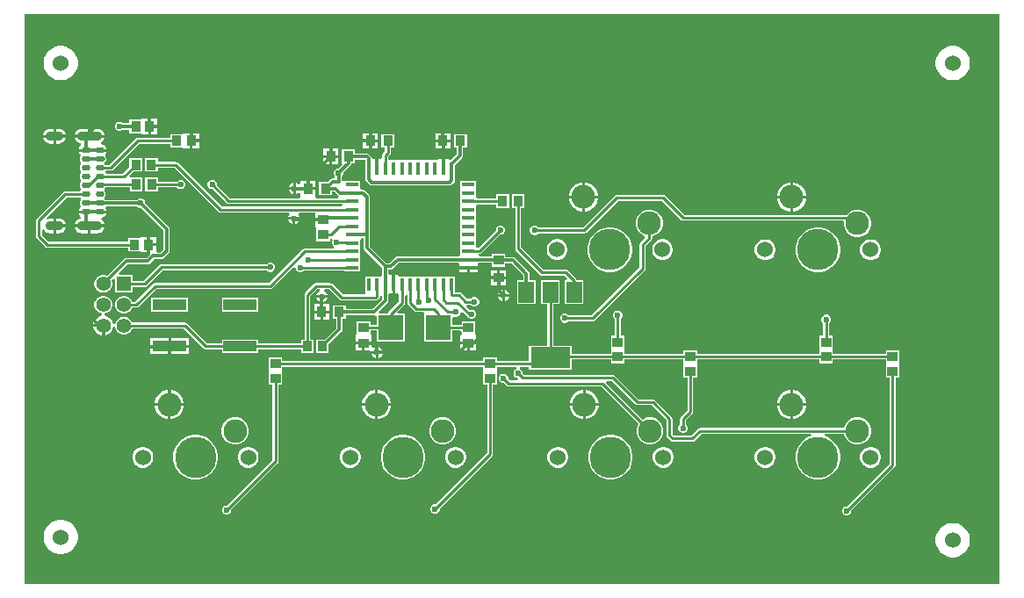
<source format=gtl>
G04*
G04 #@! TF.GenerationSoftware,Altium Limited,CircuitMaker,2.2.1 (2.2.1.6)*
G04*
G04 Layer_Physical_Order=1*
G04 Layer_Color=25308*
%FSTAX43Y43*%
%MOMM*%
G71*
G04*
G04 #@! TF.SameCoordinates,C8B466FA-36BC-4938-8632-075A3B1F3AF2*
G04*
G04*
G04 #@! TF.FilePolarity,Positive*
G04*
G01*
G75*
%ADD10C,0.254*%
%ADD34R,0.950X1.000*%
%ADD35R,1.000X0.950*%
%ADD36R,2.400X2.400*%
%ADD37R,3.200X1.000*%
%ADD38R,0.381X1.270*%
%ADD39R,1.270X0.381*%
%ADD40R,3.800X2.000*%
%ADD41R,1.500X2.000*%
%ADD42C,0.304*%
%ADD43C,0.354*%
%ADD44C,1.524*%
%ADD45C,2.286*%
%ADD46C,3.988*%
%ADD47C,1.397*%
%ADD48R,1.397X1.397*%
%ADD49O,2.400X0.900*%
%ADD50O,0.850X0.580*%
%ADD51O,1.700X0.900*%
%ADD52C,0.600*%
G36*
X01195Y00258D02*
X00255D01*
Y00807D01*
X01195D01*
Y00258D01*
D02*
G37*
%LPC*%
G36*
X0115163Y007765D02*
X0114837D01*
X0114519Y0077587D01*
X0114218Y0077462D01*
X0113948Y0077282D01*
X0113718Y0077052D01*
X0113538Y0076782D01*
X0113413Y0076481D01*
X011335Y0076163D01*
Y0075837D01*
X0113413Y0075519D01*
X0113538Y0075218D01*
X0113718Y0074948D01*
X0113948Y0074718D01*
X0114218Y0074538D01*
X0114519Y0074413D01*
X0114837Y007435D01*
X0115163D01*
X0115481Y0074413D01*
X0115782Y0074538D01*
X0116052Y0074718D01*
X0116282Y0074948D01*
X0116462Y0075218D01*
X0116587Y0075519D01*
X011665Y0075837D01*
Y0076163D01*
X0116587Y0076481D01*
X0116462Y0076782D01*
X0116282Y0077052D01*
X0116052Y0077282D01*
X0115782Y0077462D01*
X0115481Y0077587D01*
X0115163Y007765D01*
D02*
G37*
G36*
X0029163D02*
X0028837D01*
X0028519Y0077587D01*
X0028218Y0077462D01*
X0027948Y0077282D01*
X0027718Y0077052D01*
X0027538Y0076782D01*
X0027413Y0076481D01*
X002735Y0076163D01*
Y0075837D01*
X0027413Y0075519D01*
X0027538Y0075218D01*
X0027718Y0074948D01*
X0027948Y0074718D01*
X0028218Y0074538D01*
X0028519Y0074413D01*
X0028837Y007435D01*
X0029163D01*
X0029481Y0074413D01*
X0029782Y0074538D01*
X0030052Y0074718D01*
X0030282Y0074948D01*
X0030462Y0075218D01*
X0030587Y0075519D01*
X003065Y0075837D01*
Y0076163D01*
X0030587Y0076481D01*
X0030462Y0076782D01*
X0030282Y0077052D01*
X0030052Y0077282D01*
X0029782Y0077462D01*
X0029481Y0077587D01*
X0029163Y007765D01*
D02*
G37*
G36*
X0037423Y0070654D02*
X0036821D01*
Y007055D01*
X0035625D01*
Y0070208D01*
X0035028D01*
X0034955Y0070281D01*
X003479Y007035D01*
X003461D01*
X0034445Y0070281D01*
X0034319Y0070155D01*
X003425Y006999D01*
Y006981D01*
X0034319Y0069645D01*
X0034445Y0069519D01*
X003461Y006945D01*
X003479D01*
X0034955Y0069519D01*
X0035028Y0069592D01*
X0035625D01*
Y006925D01*
X0036821D01*
Y0069146D01*
X0037423D01*
Y00699D01*
Y0070654D01*
D02*
G37*
G36*
X0038279D02*
X0037677D01*
Y0070027D01*
X0038279D01*
Y0070654D01*
D02*
G37*
G36*
Y0069773D02*
X0037677D01*
Y0069146D01*
X0038279D01*
Y0069773D01*
D02*
G37*
G36*
X003253Y006966D02*
X0031907D01*
Y0069077D01*
X0033223D01*
X0033216Y0069134D01*
X0033145Y0069305D01*
X0033032Y0069452D01*
X0032885Y0069565D01*
X0032714Y0069636D01*
X003253Y006966D01*
D02*
G37*
G36*
X0031653D02*
X003103D01*
X0030846Y0069636D01*
X0030675Y0069565D01*
X0030528Y0069452D01*
X0030415Y0069305D01*
X0030344Y0069134D01*
X0030337Y0069077D01*
X0031653D01*
Y006966D01*
D02*
G37*
G36*
X00288D02*
X0028527D01*
Y0069077D01*
X0029493D01*
X0029486Y0069134D01*
X0029415Y0069305D01*
X0029302Y0069452D01*
X0029155Y0069565D01*
X0028984Y0069636D01*
X00288Y006966D01*
D02*
G37*
G36*
X0028273D02*
X0028D01*
X0027816Y0069636D01*
X0027645Y0069565D01*
X0027498Y0069452D01*
X0027385Y0069305D01*
X0027314Y0069134D01*
X0027307Y0069077D01*
X0028273D01*
Y006966D01*
D02*
G37*
G36*
X0040871Y0069254D02*
X0040714Y006915D01*
X0040671D01*
X0039575D01*
Y0068782D01*
X00364D01*
X00364Y0068782D01*
X0036292Y0068761D01*
X00362Y00687D01*
X00362Y00687D01*
X0033683Y0066182D01*
X0033235D01*
X0033212Y0066217D01*
Y0066418D01*
X0033224Y006645D01*
X0033247Y0066485D01*
X0033318Y0066532D01*
X0033384Y0066632D01*
X0033408Y006675D01*
X0033384Y0066868D01*
X0033318Y0066968D01*
X0033303Y0066978D01*
X0033275Y006718D01*
X003331Y0067242D01*
X0033407Y0067388D01*
X0033424Y0067473D01*
X003276D01*
Y0067727D01*
X0033424D01*
X0033407Y0067812D01*
X0033287Y0067992D01*
X0033107Y0068112D01*
X0032947Y0068144D01*
X0032902Y0068284D01*
X0032905Y006835D01*
X0033032Y0068448D01*
X0033145Y0068595D01*
X0033216Y0068766D01*
X0033223Y0068823D01*
X0030337D01*
X0030344Y0068766D01*
X0030415Y0068595D01*
X0030528Y0068448D01*
X0030675Y0068335D01*
X0030846Y0068264D01*
X0030916Y0068255D01*
X0030965Y0068047D01*
X0030883Y0067992D01*
X0030763Y0067812D01*
X0030746Y0067727D01*
X003141D01*
Y0067473D01*
X0030746D01*
X0030763Y0067388D01*
X003086Y0067242D01*
X0030958Y0067067D01*
X0030861Y0066922D01*
X0030826Y006675D01*
X0030861Y0066578D01*
X0030958Y0066433D01*
Y0066217D01*
X0030861Y0066072D01*
X0030826Y00659D01*
X0030861Y0065728D01*
X0030958Y0065583D01*
Y0065367D01*
X0030861Y0065222D01*
X0030826Y006505D01*
X0030861Y0064878D01*
X0030958Y0064733D01*
Y0064517D01*
X0030861Y0064372D01*
X0030826Y00642D01*
X0030861Y0064028D01*
X0030958Y0063883D01*
Y0063823D01*
X0030772Y0063632D01*
X002945D01*
X002945Y0063632D01*
X0029342Y0063611D01*
X002925Y006355D01*
X002925Y006355D01*
X00267Y0061D01*
X0026639Y0060908D01*
X0026618Y00608D01*
X0026618Y00608D01*
Y00593D01*
X0026618Y00593D01*
X0026639Y0059192D01*
X00267Y00591D01*
X00275Y00583D01*
X0027592Y0058239D01*
X00277Y0058218D01*
X0035475D01*
Y005785D01*
X0036614D01*
X0036771Y0057746D01*
X0036882Y0057746D01*
X0037505D01*
X0037588Y0057546D01*
X0037271Y0057229D01*
X0035321D01*
X0035203Y0057205D01*
X0035103Y0057139D01*
X0033445Y0055481D01*
X0033428Y0055491D01*
X0033212Y0055549D01*
X0032988D01*
X0032772Y0055491D01*
X0032579Y0055379D01*
X0032421Y0055221D01*
X0032309Y0055028D01*
X0032251Y0054812D01*
Y0054588D01*
X0032309Y0054372D01*
X0032421Y0054179D01*
X0032579Y0054021D01*
X0032772Y0053909D01*
X0032988Y0053852D01*
X0033212D01*
X0033428Y0053909D01*
X0033621Y0054021D01*
X0033779Y0054179D01*
X0033891Y0054372D01*
X0033949Y0054588D01*
Y0054812D01*
X0033891Y0055028D01*
X0033881Y0055045D01*
X0034067Y0055231D01*
X0034251Y0055155D01*
Y0053852D01*
X0035949D01*
Y0054418D01*
X0037078D01*
X0037078Y0054418D01*
X0037186Y0054439D01*
X0037278Y00545D01*
X0038806Y0056029D01*
X0048857D01*
X0048956Y005593D01*
X0049121Y0055861D01*
X00493D01*
X0049466Y005593D01*
X0049592Y0056056D01*
X0049661Y0056222D01*
Y0056401D01*
X0049592Y0056566D01*
X0049466Y0056693D01*
X00493Y0056761D01*
X0049121D01*
X0048956Y0056693D01*
X0048857Y0056593D01*
X0038689D01*
X0038689Y0056593D01*
X0038581Y0056572D01*
X0038489Y0056511D01*
X0036961Y0054982D01*
X0035949D01*
Y0055549D01*
X0034645D01*
X0034569Y0055733D01*
X0035449Y0056613D01*
X0037398D01*
X0037516Y0056637D01*
X0037616Y0056703D01*
X0038016Y0057103D01*
X0038711D01*
X0038829Y0057127D01*
X0038929Y0057194D01*
X0039418Y0057682D01*
X0039418Y0057682D01*
X0039484Y0057782D01*
X0039508Y00579D01*
Y006D01*
X0039508Y006D01*
X0039484Y0060118D01*
X0039418Y0060218D01*
X0039418Y0060218D01*
X003715Y0062485D01*
Y006259D01*
X0037081Y0062755D01*
X0036955Y0062881D01*
X003679Y006295D01*
X003661D01*
X0036445Y0062881D01*
X0036372Y0062808D01*
X0033236D01*
X0033212Y0062835D01*
Y0063033D01*
X0033309Y0063178D01*
X0033344Y006335D01*
X0033309Y0063522D01*
X0033212Y0063667D01*
Y0063871D01*
X0033339Y006403D01*
X0035647D01*
Y0063663D01*
X0036897D01*
Y0064963D01*
X003584D01*
X0035749Y0064963D01*
X0035614Y0065129D01*
X0035617Y0065167D01*
X0035999Y006555D01*
X0036875D01*
Y006685D01*
X0035625D01*
Y0065974D01*
X0034983Y0065332D01*
X0033399D01*
X0033315Y0065532D01*
X0033398Y0065618D01*
X00338D01*
X00338Y0065618D01*
X0033908Y0065639D01*
X0034Y00657D01*
X0036517Y0068218D01*
X0039575D01*
Y006785D01*
X0040714D01*
X0040871Y0067746D01*
X0040982Y0067746D01*
X0041473D01*
Y00685D01*
Y0069254D01*
X0040982D01*
X0040871Y0069254D01*
D02*
G37*
G36*
X0066579Y0069254D02*
X0065977D01*
Y0068627D01*
X0066579D01*
Y0069254D01*
D02*
G37*
G36*
X0041727D02*
Y0068627D01*
X0042329D01*
Y0069254D01*
X0041727D01*
D02*
G37*
G36*
X0065723D02*
X0065121D01*
Y0068627D01*
X0065723D01*
Y0069254D01*
D02*
G37*
G36*
X0059579D02*
X0058977D01*
Y0068627D01*
X0059579D01*
Y0069254D01*
D02*
G37*
G36*
X0058723D02*
X0058121D01*
Y0068627D01*
X0058723D01*
Y0069254D01*
D02*
G37*
G36*
X0029493Y0068823D02*
X0028527D01*
Y006824D01*
X00288D01*
X0028984Y0068264D01*
X0029155Y0068335D01*
X0029302Y0068448D01*
X0029415Y0068595D01*
X0029486Y0068766D01*
X0029493Y0068823D01*
D02*
G37*
G36*
X0028273D02*
X0027307D01*
X0027314Y0068766D01*
X0027385Y0068595D01*
X0027498Y0068448D01*
X0027645Y0068335D01*
X0027816Y0068264D01*
X0028Y006824D01*
X0028273D01*
Y0068823D01*
D02*
G37*
G36*
X0066579Y0068373D02*
X0065977D01*
Y0067746D01*
X0066579D01*
Y0068373D01*
D02*
G37*
G36*
X0065723D02*
X0065121D01*
Y0067746D01*
X0065723D01*
Y0068373D01*
D02*
G37*
G36*
X0059579Y0068373D02*
X0058977D01*
Y0067746D01*
X0059579D01*
Y0068373D01*
D02*
G37*
G36*
X0058723D02*
X0058121D01*
Y0067746D01*
X0058723D01*
Y0068373D01*
D02*
G37*
G36*
X0042329Y0068373D02*
X0041727D01*
Y0067746D01*
X0042329D01*
Y0068373D01*
D02*
G37*
G36*
X0055779Y0067754D02*
X0055177D01*
Y0067127D01*
X0055779D01*
Y0067754D01*
D02*
G37*
G36*
X0054923D02*
X0054321D01*
Y0067127D01*
X0054923D01*
Y0067754D01*
D02*
G37*
G36*
X0068175Y006915D02*
X0066925D01*
Y006785D01*
X0067192D01*
Y0067228D01*
X0066613Y0066648D01*
X006649D01*
X0066333Y0066752D01*
X0066191Y0066752D01*
X0066015D01*
Y0065863D01*
X0065761D01*
Y0066752D01*
X0065444D01*
X0065287Y0066648D01*
X0065244D01*
X0064629Y0066648D01*
X0064548Y0066648D01*
X0063829Y0066648D01*
X0063748Y0066648D01*
X0063029Y0066648D01*
X0062948Y0066648D01*
X0062229Y0066648D01*
X0062148Y0066648D01*
X0061429Y0066648D01*
X0061348Y0066648D01*
X0060829D01*
X0060748Y0066648D01*
X0060571Y0066703D01*
Y0067001D01*
X006075Y006718D01*
X006075Y006718D01*
X0060811Y0067272D01*
X0060832Y006738D01*
Y006785D01*
X0061175D01*
Y006915D01*
X0059925D01*
Y006785D01*
X0060268D01*
Y0067497D01*
X0060089Y0067318D01*
X0060028Y0067226D01*
X0060006Y0067118D01*
X0060006Y0067118D01*
Y0066922D01*
X0059933Y0066752D01*
X0059791Y0066752D01*
X0059615D01*
Y0065863D01*
X0059361D01*
Y0066752D01*
X0059173D01*
X0059023Y0066802D01*
X0058974Y0066923D01*
X0058973Y0066929D01*
X0058906Y0067029D01*
X0058718Y0067218D01*
X0058618Y0067284D01*
X00585Y0067308D01*
X0057375D01*
Y006765D01*
X0056125D01*
Y006635D01*
X0056125D01*
X0056177Y0066225D01*
X0055802Y006585D01*
X0055698D01*
X0055532Y0065781D01*
X0055406Y0065655D01*
X0055337Y0065489D01*
Y006531D01*
X0055406Y0065145D01*
X0055443Y0065108D01*
X0055374Y0064908D01*
X005525D01*
X005525Y0064908D01*
X0055132Y0064884D01*
X0055032Y0064818D01*
X0055032Y0064818D01*
X0054765Y006455D01*
X0053925D01*
Y006325D01*
X0055175D01*
Y0063586D01*
X0055375Y006359D01*
X0055719Y0063245D01*
X0055719Y0063245D01*
X0055819Y0063179D01*
X005578Y0062982D01*
X0053667D01*
X0053579Y0063146D01*
X0053579Y0063182D01*
Y0063773D01*
X005285D01*
Y00639D01*
X0052723D01*
Y0064654D01*
X0052121D01*
Y0064389D01*
X0051921Y0064307D01*
X0051837Y006439D01*
X005165Y0064468D01*
Y0063921D01*
Y0063374D01*
X0051837Y0063451D01*
X0051921Y0063535D01*
X0052121Y0063452D01*
Y0063182D01*
X0052121Y0063146D01*
X0052033Y0062982D01*
X0045317D01*
X004405Y0064249D01*
Y006439D01*
X0043981Y0064555D01*
X0043855Y0064681D01*
X004369Y006475D01*
X004351D01*
X0043345Y0064681D01*
X0043219Y0064555D01*
X004315Y006439D01*
Y006421D01*
X0043219Y0064045D01*
X0043345Y0063919D01*
X004351Y006385D01*
X0043651D01*
X0045Y00625D01*
X0045Y00625D01*
X0045092Y0062439D01*
X00452Y0062418D01*
X0056142D01*
X0056188Y0062346D01*
X0056079Y0062146D01*
X0044554D01*
X00403Y00664D01*
X0040208Y0066461D01*
X00401Y0066482D01*
X00401Y0066482D01*
X0038375D01*
Y006685D01*
X0037125D01*
Y006555D01*
X0038375D01*
Y0065918D01*
X0039983D01*
X0044237Y0061663D01*
X0044237Y0061663D01*
X0044329Y0061602D01*
X0044437Y0061581D01*
X0044437Y0061581D01*
X0050984D01*
X0051067Y0061381D01*
X0051038Y0061351D01*
X005096Y0061164D01*
X0052054D01*
X0051977Y0061351D01*
X0051947Y0061381D01*
X005203Y0061581D01*
X0053546D01*
Y0061077D01*
X00543D01*
Y0060823D01*
X0053546D01*
Y0060232D01*
X0053546Y0060221D01*
X005365Y0060064D01*
X005365Y0060021D01*
Y0058825D01*
X005495D01*
Y0059012D01*
X0055026Y005913D01*
X0055077Y0059137D01*
X0055219Y0058956D01*
X0055219Y0058955D01*
X0055213Y0058941D01*
X005515Y005879D01*
Y005861D01*
X0055219Y0058445D01*
X0055318Y0058346D01*
X0055294Y0058218D01*
X0055257Y0058146D01*
X0052563D01*
X0052563Y0058146D01*
X0052455Y0058124D01*
X0052363Y0058063D01*
X0049083Y0054782D01*
X00381D01*
X00381Y0054782D01*
X0037992Y0054761D01*
X00379Y00547D01*
X0036183Y0052982D01*
X0035903D01*
X0035891Y0053028D01*
X0035779Y0053221D01*
X0035621Y0053379D01*
X0035428Y0053491D01*
X0035212Y0053549D01*
X0034988D01*
X0034772Y0053491D01*
X0034579Y0053379D01*
X0034421Y0053221D01*
X0034309Y0053028D01*
X0034251Y0052812D01*
Y0052588D01*
X0034309Y0052372D01*
X0034421Y0052179D01*
X0034579Y0052021D01*
X0034772Y0051909D01*
X0034988Y0051852D01*
X0035212D01*
X0035428Y0051909D01*
X0035621Y0052021D01*
X0035779Y0052179D01*
X0035891Y0052372D01*
X0035903Y0052418D01*
X00363D01*
X00363Y0052418D01*
X0036408Y0052439D01*
X00365Y00525D01*
X0038217Y0054218D01*
X00492D01*
X00492Y0054218D01*
X0049308Y0054239D01*
X00494Y00543D01*
X005145Y0056351D01*
X005165Y0056268D01*
Y005621D01*
X0051719Y0056045D01*
X0051845Y0055919D01*
X005201Y005585D01*
X005219D01*
X0052355Y0055919D01*
X0052454Y0056018D01*
X0056303D01*
Y0055923D01*
X0057873D01*
Y0056604D01*
X0057873D01*
Y0056723D01*
X0057873D01*
Y0057323D01*
X0057873Y0057523D01*
X0057873Y0057604D01*
X0057873Y0058323D01*
X0057873Y0058404D01*
Y0058923D01*
X0057873Y0059004D01*
X005799Y0059155D01*
X0058192D01*
Y00582D01*
X0058216Y0058082D01*
X0058282Y0057982D01*
X0059992Y0056272D01*
Y0055537D01*
X0059829Y0055448D01*
X0059748Y0055448D01*
X0059029Y0055448D01*
X0058948Y0055448D01*
X0058348D01*
Y0053882D01*
X0058348Y0053878D01*
X0058337Y0053682D01*
X0056217D01*
X00552Y00547D01*
X0055108Y0054761D01*
X0055Y0054782D01*
X0055Y0054782D01*
X00536D01*
X0053492Y0054761D01*
X00534Y00547D01*
X00534Y00547D01*
X0052575Y0053875D01*
X0052514Y0053783D01*
X0052493Y0053675D01*
X0052493Y0053675D01*
Y004935D01*
X005215D01*
Y0048982D01*
X004805D01*
Y004935D01*
X004455D01*
Y0048982D01*
X0043117D01*
X00412Y00509D01*
X0041108Y0050961D01*
X0041Y0050982D01*
X0041Y0050982D01*
X0035903D01*
X0035891Y0051028D01*
X0035779Y0051221D01*
X0035621Y0051379D01*
X0035428Y0051491D01*
X0035212Y0051549D01*
X0034988D01*
X0034772Y0051491D01*
X0034579Y0051379D01*
X0034421Y0051221D01*
X0034309Y0051028D01*
X0034251Y0050812D01*
X0034053Y0050814D01*
Y0050825D01*
X0033988Y0051068D01*
X0033862Y0051285D01*
X0033685Y0051462D01*
X0033468Y0051588D01*
X0033225Y0051653D01*
X0033214D01*
X0033212Y0051852D01*
X0033428Y0051909D01*
X0033621Y0052021D01*
X0033779Y0052179D01*
X0033891Y0052372D01*
X0033949Y0052588D01*
Y0052812D01*
X0033891Y0053028D01*
X0033779Y0053221D01*
X0033621Y0053379D01*
X0033428Y0053491D01*
X0033212Y0053549D01*
X0032988D01*
X0032772Y0053491D01*
X0032579Y0053379D01*
X0032421Y0053221D01*
X0032309Y0053028D01*
X0032251Y0052812D01*
Y0052588D01*
X0032309Y0052372D01*
X0032421Y0052179D01*
X0032579Y0052021D01*
X0032772Y0051909D01*
X0032988Y0051852D01*
X0032986Y0051653D01*
X0032975D01*
X0032732Y0051588D01*
X0032515Y0051462D01*
X0032338Y0051285D01*
X0032212Y0051068D01*
X0032148Y0050827D01*
X00331D01*
Y00507D01*
X0033227D01*
Y0049748D01*
X0033468Y0049812D01*
X0033685Y0049938D01*
X0033862Y0050115D01*
X0033988Y0050332D01*
X0034053Y0050575D01*
Y0050586D01*
X0034251Y0050588D01*
X0034309Y0050372D01*
X0034421Y0050179D01*
X0034579Y0050021D01*
X0034772Y0049909D01*
X0034988Y0049852D01*
X0035212D01*
X0035428Y0049909D01*
X0035621Y0050021D01*
X0035779Y0050179D01*
X0035891Y0050372D01*
X0035903Y0050418D01*
X0040883D01*
X00428Y00485D01*
X00428Y00485D01*
X0042892Y0048439D01*
X0043Y0048418D01*
X0043Y0048418D01*
X004455D01*
Y004805D01*
X004805D01*
Y0048418D01*
X005215D01*
Y004805D01*
X00534D01*
Y004935D01*
X0053057D01*
Y0053558D01*
X0053717Y0054218D01*
X0053962D01*
X0054002Y0054018D01*
X0053886Y005397D01*
X005373Y0053814D01*
X0053653Y0053627D01*
X0054747D01*
X005467Y0053814D01*
X0054514Y005397D01*
X0054398Y0054018D01*
X0054438Y0054218D01*
X0054883D01*
X00559Y00532D01*
X0055992Y0053139D01*
X00561Y0053118D01*
X00561Y0053118D01*
X00594D01*
X00594Y0053118D01*
X0059508Y0053139D01*
X00596Y00532D01*
X0059688Y0053289D01*
X0059688Y0053289D01*
X0059749Y005338D01*
X0059771Y0053488D01*
X0059771Y0053488D01*
Y0053651D01*
X0059798Y0053664D01*
X0059981Y0053551D01*
Y0053216D01*
X0059072Y0052308D01*
X0056475D01*
Y005265D01*
X0055225D01*
Y005135D01*
X0055542D01*
Y0050453D01*
X005444Y004935D01*
X00536D01*
Y004805D01*
X005485D01*
Y004889D01*
X0056068Y0050107D01*
X0056068Y0050107D01*
X0056134Y0050207D01*
X0056158Y0050325D01*
X0056158Y0050325D01*
Y005135D01*
X0056475D01*
Y0051692D01*
X00592D01*
X005925Y0051702D01*
X0059417Y0051602D01*
X005945Y0051563D01*
Y0050782D01*
X005885D01*
Y0051125D01*
X005755D01*
Y0049929D01*
X005755Y0049886D01*
X0057446Y0049729D01*
X0057446Y0049718D01*
Y0049127D01*
X00582D01*
X0058954D01*
Y0049718D01*
X0058954Y0049729D01*
X005885Y0049886D01*
X005885Y0049929D01*
Y0050218D01*
X005945D01*
Y004915D01*
X006215D01*
Y005185D01*
X0061511D01*
X0061434Y0052035D01*
X00621Y00527D01*
X0062161Y0052792D01*
X0062182Y00529D01*
X0062182Y00529D01*
Y005359D01*
X006234Y0053682D01*
X0062406Y0053645D01*
Y0052912D01*
X0062406Y0052912D01*
X0062428Y0052803D01*
X0062489Y0052712D01*
X00631Y00521D01*
X0063192Y0052039D01*
X00633Y0052018D01*
X00633Y0052018D01*
X0063972D01*
X006405Y005185D01*
Y004915D01*
X006675D01*
Y0050218D01*
X0067509D01*
X006765Y0050076D01*
X006765Y0049886D01*
X0067546Y0049729D01*
X0067546Y0049718D01*
Y0049127D01*
X00683D01*
X0069054D01*
Y0049718D01*
X0069054Y0049729D01*
X006895Y0049886D01*
X006895Y0049929D01*
Y0051125D01*
X006765D01*
Y0050782D01*
X006675D01*
Y0051452D01*
X006695Y0051575D01*
X006701Y005155D01*
X006719D01*
X0067355Y0051619D01*
X0067481Y0051745D01*
X006755Y005191D01*
Y0051968D01*
X006775Y0052051D01*
X0068157Y0051643D01*
X0068206Y0051526D01*
X0068332Y00514D01*
X0068498Y0051331D01*
X0068677D01*
X0068842Y00514D01*
X0068969Y0051526D01*
X0069037Y0051692D01*
Y0051871D01*
X0068969Y0052036D01*
X0068842Y0052163D01*
X0068677Y0052231D01*
X0068498D01*
X0068406Y0052193D01*
X0068082Y0052518D01*
X0068165Y0052718D01*
X0068546D01*
X0068645Y0052619D01*
X006881Y005255D01*
X006899D01*
X0069155Y0052619D01*
X0069281Y0052745D01*
X006935Y005291D01*
Y005309D01*
X0069281Y0053255D01*
X0069155Y0053381D01*
X006899Y005345D01*
X006881D01*
X0068645Y0053381D01*
X0068546Y0053282D01*
X0068168D01*
X0067646Y0053804D01*
X0067555Y0053865D01*
X0067447Y0053886D01*
X0067447Y0053886D01*
X0067029D01*
Y0055448D01*
X0066429D01*
X0066229Y0055448D01*
X0066148Y0055448D01*
X0065429Y0055448D01*
X0065348Y0055448D01*
X0064748D01*
Y0055448D01*
X0064629D01*
Y0055448D01*
X0063948D01*
Y0055448D01*
X0063829D01*
Y0055448D01*
X0063148D01*
Y0055448D01*
X0063029D01*
Y0055448D01*
X0062429D01*
X0062229Y0055448D01*
X0062148Y0055448D01*
X006169D01*
X0061533Y0055552D01*
X0061391Y0055552D01*
X0061215D01*
Y0054663D01*
Y0053774D01*
X0061533D01*
X0061618Y0053609D01*
Y0053017D01*
X00606Y0052D01*
X0060539Y0051908D01*
X0060528Y005185D01*
X0059747D01*
X005967Y0052035D01*
X0060506Y0052871D01*
X0060573Y0052971D01*
X0060596Y0053088D01*
Y0053594D01*
X0060644Y0053774D01*
X0060786Y0053774D01*
X0060961D01*
Y0054663D01*
Y0055552D01*
X0060644Y0055552D01*
X0060608Y0055737D01*
Y0056092D01*
X00608D01*
X0060918Y0056116D01*
X0061018Y0056182D01*
X0061591Y0056755D01*
X0067219D01*
X0067399Y0056708D01*
X0067399Y0056566D01*
Y005639D01*
X0068288D01*
X0069177D01*
Y0056555D01*
X0069177Y0056708D01*
X0069358Y0056755D01*
X007055D01*
Y0056375D01*
X007185D01*
Y0056692D01*
X0072472D01*
X0073592Y0055572D01*
Y005505D01*
X0073D01*
Y005275D01*
X00748D01*
Y005505D01*
X0074208D01*
Y00557D01*
X0074184Y0055818D01*
X0074118Y0055918D01*
X0072818Y0057218D01*
X0072718Y0057284D01*
X00726Y0057308D01*
X007185D01*
Y0057625D01*
X007055D01*
Y0057371D01*
X0069401D01*
X0069287Y0057554D01*
X00693Y0057581D01*
X0069363D01*
X0069363Y0057581D01*
X0069471Y0057602D01*
X0069563Y0057663D01*
X0071349Y005945D01*
X007149D01*
X0071655Y0059519D01*
X0071781Y0059645D01*
X007185Y005981D01*
Y005999D01*
X0071781Y0060155D01*
X0071655Y0060281D01*
X007149Y006035D01*
X007131D01*
X0071145Y0060281D01*
X0071019Y0060155D01*
X007095Y005999D01*
Y0059849D01*
X0069298Y0058197D01*
X00691Y0058237D01*
X0069073Y0058323D01*
X0069073Y0058404D01*
X0069073Y0059123D01*
X0069073Y0059204D01*
X0069073Y0059923D01*
X0069073Y0060004D01*
X0069073Y0060723D01*
X0069073Y0060804D01*
X0069073Y0061523D01*
X0069073Y0061604D01*
Y0062123D01*
X0069073Y0062204D01*
X0069129Y0062381D01*
X0070975D01*
Y006205D01*
X0072225D01*
Y006335D01*
X0070975D01*
Y0062946D01*
X0069129D01*
X0069073Y0063123D01*
X0069073Y0063204D01*
X0069073Y0063923D01*
X0069073Y0064004D01*
Y0064604D01*
X0067503D01*
Y0064004D01*
X0067503Y0063804D01*
X0067503Y0063723D01*
X0067503Y0063004D01*
X0067503Y0062923D01*
X0067503Y0062204D01*
X0067503Y0062123D01*
X0067503Y0061404D01*
X0067503Y0061323D01*
X0067503Y0060604D01*
X0067503Y0060523D01*
X0067503Y0059804D01*
X0067503Y0059723D01*
X0067503Y0059004D01*
X0067503Y0058923D01*
X0067503Y0058204D01*
X0067503Y0058123D01*
Y0057604D01*
X0067503Y0057523D01*
X0067387Y0057371D01*
X0061463D01*
X0061345Y0057348D01*
X0061245Y0057281D01*
X0060672Y0056708D01*
X0060428D01*
X0058808Y0058328D01*
Y00595D01*
Y00631D01*
X0058784Y0063218D01*
X0058718Y0063318D01*
X0058355Y0063681D01*
X0058255Y0063748D01*
X0058137Y0063771D01*
X005799D01*
X0057873Y0063923D01*
X0057873Y0064004D01*
Y0064604D01*
X0056484D01*
X0056308Y0064604D01*
X0056303Y0064604D01*
X0056163Y0064611D01*
X0056108Y0064741D01*
Y0065084D01*
X0056169Y0065145D01*
X0056237Y006531D01*
Y0065414D01*
X0056968Y0066145D01*
X0057034Y0066245D01*
X0057055Y006635D01*
X0057375D01*
Y0066692D01*
X0058166D01*
X0058348Y0066648D01*
Y0065078D01*
X0058381D01*
Y0064812D01*
X0058404Y0064694D01*
X0058471Y0064594D01*
X0058782Y0064282D01*
X0058782Y0064282D01*
X0058882Y0064216D01*
X0059Y0064192D01*
X0059Y0064192D01*
X00665D01*
X0066618Y0064216D01*
X0066718Y0064282D01*
X0066906Y0064471D01*
X0066906Y0064471D01*
X0066973Y0064571D01*
X0066996Y0064688D01*
X0066996Y0064688D01*
Y0065078D01*
X0067029D01*
Y0066193D01*
X0067718Y0066882D01*
X0067718Y0066882D01*
X0067784Y0066982D01*
X0067808Y00671D01*
X0067808Y00671D01*
Y006785D01*
X0068175D01*
Y006915D01*
D02*
G37*
G36*
X0055779Y0066873D02*
X0055177D01*
Y0066246D01*
X0055779D01*
Y0066873D01*
D02*
G37*
G36*
X0054923D02*
X0054321D01*
Y0066246D01*
X0054923D01*
Y0066873D01*
D02*
G37*
G36*
X0051396Y0064468D02*
X0051209Y006439D01*
X0051054Y0064235D01*
X0050976Y0064048D01*
X0051396D01*
Y0064468D01*
D02*
G37*
G36*
X0053579Y0064654D02*
X0052977D01*
Y0064027D01*
X0053579D01*
Y0064654D01*
D02*
G37*
G36*
X0038397Y0064963D02*
X0037147D01*
Y0063663D01*
X0038397D01*
Y006403D01*
X0040176D01*
X0040295Y0063911D01*
X0040461Y0063843D01*
X004064D01*
X0040805Y0063911D01*
X0040932Y0064038D01*
X0041Y0064203D01*
Y0064382D01*
X0040932Y0064548D01*
X0040805Y0064674D01*
X004064Y0064743D01*
X0040461D01*
X0040295Y0064674D01*
X0040216Y0064595D01*
X0038397D01*
Y0064963D01*
D02*
G37*
G36*
X0051396Y0063794D02*
X0050976D01*
X0051054Y0063607D01*
X0051209Y0063451D01*
X0051396Y0063374D01*
Y0063794D01*
D02*
G37*
G36*
X00871Y0063282D02*
X00871Y0063282D01*
X00826D01*
X00826Y0063282D01*
X0082492Y0063261D01*
X00824Y00632D01*
X00824Y00632D01*
X007936Y006016D01*
X0075035D01*
X0074936Y0060259D01*
X007477Y0060327D01*
X0074591D01*
X0074426Y0060259D01*
X0074299Y0060132D01*
X0074231Y0059967D01*
Y0059788D01*
X0074299Y0059622D01*
X0074426Y0059496D01*
X0074591Y0059427D01*
X007477D01*
X0074936Y0059496D01*
X0075035Y0059595D01*
X0079477D01*
X0079477Y0059595D01*
X0079585Y0059616D01*
X0079677Y0059678D01*
X0082717Y0062718D01*
X0086983D01*
X00888Y00609D01*
X0088892Y0060839D01*
X0089Y0060818D01*
X0089Y0060818D01*
X0104435D01*
X0104517Y006071D01*
Y006037D01*
X0104605Y0060041D01*
X0104775Y0059746D01*
X0105016Y0059505D01*
X0105311Y0059335D01*
X010564Y0059247D01*
X010598D01*
X0106309Y0059335D01*
X0106604Y0059505D01*
X0106845Y0059746D01*
X0107015Y0060041D01*
X0107103Y006037D01*
Y006071D01*
X0107015Y0061039D01*
X0106845Y0061334D01*
X0106604Y0061575D01*
X0106309Y0061745D01*
X010598Y0061833D01*
X010564D01*
X0105311Y0061745D01*
X0105016Y0061575D01*
X0104824Y0061382D01*
X0089117D01*
X00873Y00632D01*
X0087208Y0063261D01*
X00871Y0063282D01*
D02*
G37*
G36*
X0079584Y0064497D02*
X0079527D01*
Y0063227D01*
X0080797D01*
Y0063284D01*
X0080702Y0063639D01*
X0080518Y0063958D01*
X0080258Y0064218D01*
X0079939Y0064402D01*
X0079584Y0064497D01*
D02*
G37*
G36*
X0079273D02*
X0079216D01*
X0078861Y0064402D01*
X0078542Y0064218D01*
X0078282Y0063958D01*
X0078098Y0063639D01*
X0078003Y0063284D01*
Y0063227D01*
X0079273D01*
Y0064497D01*
D02*
G37*
G36*
X0099644Y0064477D02*
X0099587D01*
Y0063207D01*
X0100857D01*
Y0063264D01*
X0100762Y0063619D01*
X0100578Y0063938D01*
X0100318Y0064198D01*
X0099999Y0064382D01*
X0099644Y0064477D01*
D02*
G37*
G36*
X0099333D02*
X0099276D01*
X0098921Y0064382D01*
X0098602Y0064198D01*
X0098342Y0063938D01*
X0098158Y0063619D01*
X0098063Y0063264D01*
Y0063207D01*
X0099333D01*
Y0064477D01*
D02*
G37*
G36*
X0080797Y0062973D02*
X0079527D01*
Y0061703D01*
X0079584D01*
X0079939Y0061798D01*
X0080258Y0061982D01*
X0080518Y0062242D01*
X0080702Y0062561D01*
X0080797Y0062916D01*
Y0062973D01*
D02*
G37*
G36*
X0079273D02*
X0078003D01*
Y0062916D01*
X0078098Y0062561D01*
X0078282Y0062242D01*
X0078542Y0061982D01*
X0078861Y0061798D01*
X0079216Y0061703D01*
X0079273D01*
Y0062973D01*
D02*
G37*
G36*
X0100857Y0062953D02*
X0099587D01*
Y0061683D01*
X0099644D01*
X0099999Y0061778D01*
X0100318Y0061962D01*
X0100578Y0062222D01*
X0100762Y0062541D01*
X0100857Y0062896D01*
Y0062953D01*
D02*
G37*
G36*
X0099333D02*
X0098063D01*
Y0062896D01*
X0098158Y0062541D01*
X0098342Y0062222D01*
X0098602Y0061962D01*
X0098921Y0061778D01*
X0099276Y0061683D01*
X0099333D01*
Y0062953D01*
D02*
G37*
G36*
X0052054Y006091D02*
X0051634D01*
Y006049D01*
X0051821Y0060568D01*
X0051977Y0060723D01*
X0052054Y006091D01*
D02*
G37*
G36*
X005138D02*
X005096D01*
X0051038Y0060723D01*
X0051193Y0060568D01*
X005138Y006049D01*
Y006091D01*
D02*
G37*
G36*
X0087152Y0059021D02*
X0086888D01*
X0086634Y0058953D01*
X0086405Y0058821D01*
X0086219Y0058635D01*
X0086087Y0058406D01*
X0086019Y0058152D01*
Y0057888D01*
X0086087Y0057634D01*
X0086219Y0057405D01*
X0086405Y0057219D01*
X0086634Y0057087D01*
X0086888Y0057019D01*
X0087152D01*
X0087406Y0057087D01*
X0087635Y0057219D01*
X0087821Y0057405D01*
X0087953Y0057634D01*
X0088021Y0057888D01*
Y0058152D01*
X0087953Y0058406D01*
X0087821Y0058635D01*
X0087635Y0058821D01*
X0087406Y0058953D01*
X0087152Y0059021D01*
D02*
G37*
G36*
X0076992D02*
X0076728D01*
X0076474Y0058953D01*
X0076245Y0058821D01*
X0076059Y0058635D01*
X0075927Y0058406D01*
X0075859Y0058152D01*
Y0057888D01*
X0075927Y0057634D01*
X0076059Y0057405D01*
X0076245Y0057219D01*
X0076474Y0057087D01*
X0076728Y0057019D01*
X0076992D01*
X0077246Y0057087D01*
X0077475Y0057219D01*
X0077661Y0057405D01*
X0077793Y0057634D01*
X0077861Y0057888D01*
Y0058152D01*
X0077793Y0058406D01*
X0077661Y0058635D01*
X0077475Y0058821D01*
X0077246Y0058953D01*
X0076992Y0059021D01*
D02*
G37*
G36*
X0107212Y0059001D02*
X0106948D01*
X0106694Y0058933D01*
X0106465Y0058801D01*
X0106279Y0058615D01*
X0106147Y0058386D01*
X0106079Y0058132D01*
Y0057868D01*
X0106147Y0057614D01*
X0106279Y0057385D01*
X0106465Y0057199D01*
X0106694Y0057067D01*
X0106948Y0056999D01*
X0107212D01*
X0107466Y0057067D01*
X0107695Y0057199D01*
X0107881Y0057385D01*
X0108013Y0057614D01*
X0108081Y0057868D01*
Y0058132D01*
X0108013Y0058386D01*
X0107881Y0058615D01*
X0107695Y0058801D01*
X0107466Y0058933D01*
X0107212Y0059001D01*
D02*
G37*
G36*
X0097052D02*
X0096788D01*
X0096534Y0058933D01*
X0096305Y0058801D01*
X0096119Y0058615D01*
X0095987Y0058386D01*
X0095919Y0058132D01*
Y0057868D01*
X0095987Y0057614D01*
X0096119Y0057385D01*
X0096305Y0057199D01*
X0096534Y0057067D01*
X0096788Y0056999D01*
X0097052D01*
X0097306Y0057067D01*
X0097535Y0057199D01*
X0097721Y0057385D01*
X0097853Y0057614D01*
X0097921Y0057868D01*
Y0058132D01*
X0097853Y0058386D01*
X0097721Y0058615D01*
X0097535Y0058801D01*
X0097306Y0058933D01*
X0097052Y0059001D01*
D02*
G37*
G36*
X0082151Y0060164D02*
X0081729D01*
X0081315Y0060082D01*
X0080924Y005992D01*
X0080573Y0059685D01*
X0080275Y0059387D01*
X008004Y0059036D01*
X0079878Y0058645D01*
X0079796Y0058231D01*
Y0057809D01*
X0079878Y0057395D01*
X008004Y0057004D01*
X0080275Y0056653D01*
X0080573Y0056355D01*
X0080924Y005612D01*
X0081315Y0055958D01*
X0081729Y0055876D01*
X0082151D01*
X0082565Y0055958D01*
X0082956Y005612D01*
X0083307Y0056355D01*
X0083605Y0056653D01*
X008384Y0057004D01*
X0084002Y0057395D01*
X0084084Y0057809D01*
Y0058231D01*
X0084002Y0058645D01*
X008384Y0059036D01*
X0083605Y0059387D01*
X0083307Y0059685D01*
X0082956Y005992D01*
X0082565Y0060082D01*
X0082151Y0060164D01*
D02*
G37*
G36*
X0102211Y0060144D02*
X0101789D01*
X0101375Y0060062D01*
X0100984Y00599D01*
X0100633Y0059665D01*
X0100335Y0059367D01*
X01001Y0059016D01*
X0099938Y0058625D01*
X0099856Y0058211D01*
Y0057789D01*
X0099938Y0057375D01*
X01001Y0056984D01*
X0100335Y0056633D01*
X0100633Y0056335D01*
X0100984Y00561D01*
X0101375Y0055938D01*
X0101789Y0055856D01*
X0102211D01*
X0102625Y0055938D01*
X0103016Y00561D01*
X0103367Y0056335D01*
X0103665Y0056633D01*
X01039Y0056984D01*
X0104062Y0057375D01*
X0104144Y0057789D01*
Y0058211D01*
X0104062Y0058625D01*
X01039Y0059016D01*
X0103665Y0059367D01*
X0103367Y0059665D01*
X0103016Y00599D01*
X0102625Y0060062D01*
X0102211Y0060144D01*
D02*
G37*
G36*
X0069177Y0056136D02*
X0068415D01*
Y0055819D01*
X0069177D01*
Y0056136D01*
D02*
G37*
G36*
X0068161D02*
X0067399D01*
Y0055819D01*
X0068161D01*
Y0056136D01*
D02*
G37*
G36*
X0071954Y0056029D02*
X0071327D01*
Y0055427D01*
X0071954D01*
Y0056029D01*
D02*
G37*
G36*
X0071073D02*
X0070446D01*
Y0055427D01*
X0071073D01*
Y0056029D01*
D02*
G37*
G36*
X0071954Y0055173D02*
X0071327D01*
Y0054571D01*
X0071954D01*
Y0055173D01*
D02*
G37*
G36*
X0071073D02*
X0070446D01*
Y0054571D01*
X0071073D01*
Y0055173D01*
D02*
G37*
G36*
X0071827Y0054147D02*
Y0053727D01*
X0072247D01*
X007217Y0053914D01*
X0072014Y005407D01*
X0071827Y0054147D01*
D02*
G37*
G36*
X0071573D02*
X0071386Y005407D01*
X007123Y0053914D01*
X0071153Y0053727D01*
X0071573D01*
Y0054147D01*
D02*
G37*
G36*
X0072247Y0053473D02*
X0071827D01*
Y0053053D01*
X0072014Y005313D01*
X007217Y0053286D01*
X0072247Y0053473D01*
D02*
G37*
G36*
X0071573D02*
X0071153D01*
X007123Y0053286D01*
X0071386Y005313D01*
X0071573Y0053053D01*
Y0053473D01*
D02*
G37*
G36*
X0073725Y006335D02*
X0072475D01*
Y006205D01*
X0072818D01*
Y00581D01*
X0072818Y00581D01*
X0072839Y0057992D01*
X00729Y00579D01*
X00752Y00556D01*
X0075292Y0055539D01*
X00754Y0055518D01*
X00754Y0055518D01*
X0077583D01*
X0077866Y0055235D01*
X0077789Y005505D01*
X00776D01*
Y005275D01*
X00794D01*
Y005505D01*
X0078772D01*
X0078761Y0055108D01*
X00787Y00552D01*
X00779Y0056D01*
X0077808Y0056061D01*
X00777Y0056082D01*
X00777Y0056082D01*
X0075517D01*
X0073382Y0058217D01*
Y006205D01*
X0073725D01*
Y006335D01*
D02*
G37*
G36*
X0054747Y0053373D02*
X0053653D01*
X005373Y0053186D01*
X0053886Y005303D01*
X005409Y0052946D01*
X005407Y0052754D01*
X0053421D01*
Y0052127D01*
X005415D01*
X0054879D01*
Y0052754D01*
X005433D01*
X005431Y0052946D01*
X0054514Y005303D01*
X005467Y0053186D01*
X0054747Y0053373D01*
D02*
G37*
G36*
X004805Y005335D02*
X004455D01*
Y005205D01*
X004805D01*
Y005335D01*
D02*
G37*
G36*
X004125D02*
X003775D01*
Y005205D01*
X004125D01*
Y005335D01*
D02*
G37*
G36*
X008592Y0061853D02*
X008558D01*
X0085251Y0061765D01*
X0084956Y0061595D01*
X0084715Y0061354D01*
X0084545Y0061059D01*
X0084457Y006073D01*
Y006039D01*
X0084545Y0060061D01*
X0084715Y0059766D01*
X0084956Y0059525D01*
X0085251Y0059355D01*
X0085268Y005935D01*
X0085328Y0059127D01*
X00849Y00587D01*
X0084839Y0058608D01*
X0084818Y00585D01*
X0084818Y00585D01*
Y0056317D01*
X0080183Y0051682D01*
X0077954D01*
X0077855Y0051781D01*
X007769Y005185D01*
X007751D01*
X0077345Y0051781D01*
X0077219Y0051655D01*
X007715Y005149D01*
Y005131D01*
X0077219Y0051145D01*
X0077345Y0051019D01*
X007751Y005095D01*
X007769D01*
X0077855Y0051019D01*
X0077954Y0051118D01*
X00803D01*
X00803Y0051118D01*
X0080408Y0051139D01*
X00805Y00512D01*
X00853Y0056D01*
X0085361Y0056092D01*
X0085382Y00562D01*
X0085382Y00562D01*
Y0058383D01*
X008595Y005895D01*
X008595Y005895D01*
X0086011Y0059042D01*
X0086032Y005915D01*
Y0059297D01*
X0086249Y0059355D01*
X0086544Y0059525D01*
X0086785Y0059766D01*
X0086955Y0060061D01*
X0087043Y006039D01*
Y006073D01*
X0086955Y0061059D01*
X0086785Y0061354D01*
X0086544Y0061595D01*
X0086249Y0061765D01*
X008592Y0061853D01*
D02*
G37*
G36*
X0054879Y0051873D02*
X0054277D01*
Y0051246D01*
X0054879D01*
Y0051873D01*
D02*
G37*
G36*
X0054023D02*
X0053421D01*
Y0051246D01*
X0054023D01*
Y0051873D01*
D02*
G37*
G36*
X0032973Y0050573D02*
X0032148D01*
X0032212Y0050332D01*
X0032338Y0050115D01*
X0032515Y0049938D01*
X0032732Y0049812D01*
X0032973Y0049748D01*
Y0050573D01*
D02*
G37*
G36*
X0041354Y0049454D02*
X0039627D01*
Y0048827D01*
X0041354D01*
Y0049454D01*
D02*
G37*
G36*
X0039373D02*
X0037646D01*
Y0048827D01*
X0039373D01*
Y0049454D01*
D02*
G37*
G36*
X0069054Y0048873D02*
X0068427D01*
Y0048271D01*
X0069054D01*
Y0048873D01*
D02*
G37*
G36*
X0068173D02*
X0067546D01*
Y0048271D01*
X0068173D01*
Y0048873D01*
D02*
G37*
G36*
X0058073D02*
X0057446D01*
Y0048271D01*
X0058073D01*
Y0048873D01*
D02*
G37*
G36*
X0059627Y0048647D02*
Y0048227D01*
X0060047D01*
X005997Y0048414D01*
X0059814Y004857D01*
X0059627Y0048647D01*
D02*
G37*
G36*
X0058954Y0048873D02*
X0058327D01*
Y0048271D01*
X0058761D01*
X0058895Y0048227D01*
X0059373D01*
Y0048647D01*
X0059186Y004857D01*
X0059154Y0048537D01*
X0058954Y004862D01*
Y0048873D01*
D02*
G37*
G36*
X0041354Y0048573D02*
X0039627D01*
Y0047946D01*
X0041354D01*
Y0048573D01*
D02*
G37*
G36*
X0039373D02*
X0037646D01*
Y0047946D01*
X0039373D01*
Y0048573D01*
D02*
G37*
G36*
X0060047Y0047973D02*
X0059627D01*
Y0047553D01*
X0059814Y004763D01*
X005997Y0047786D01*
X0060047Y0047973D01*
D02*
G37*
G36*
X0059373D02*
X0058953D01*
X005903Y0047786D01*
X0059186Y004763D01*
X0059373Y0047553D01*
Y0047973D01*
D02*
G37*
G36*
X00771Y005505D02*
X00753D01*
Y005275D01*
X0075918D01*
Y004875D01*
X007415D01*
Y0047282D01*
X007105D01*
Y0047625D01*
X006975D01*
Y0047282D01*
X005035D01*
Y0047625D01*
X004905D01*
Y0046425D01*
X004905Y0046375D01*
Y0046225D01*
X004905Y0046175D01*
Y0044975D01*
X0049418D01*
Y0037717D01*
X0045051Y003335D01*
X004491D01*
X0044745Y0033281D01*
X0044619Y0033155D01*
X004455Y003299D01*
Y003281D01*
X0044619Y0032645D01*
X0044745Y0032519D01*
X004491Y003245D01*
X004509D01*
X0045255Y0032519D01*
X0045381Y0032645D01*
X004545Y003281D01*
Y0032951D01*
X00499Y00374D01*
X00499Y00374D01*
X0049961Y0037492D01*
X0049982Y00376D01*
Y0044975D01*
X005035D01*
Y0046175D01*
X005035Y0046225D01*
Y0046375D01*
X005035Y0046425D01*
Y0046718D01*
X006975D01*
Y0046425D01*
X006975Y0046375D01*
Y0046225D01*
X006975Y0046175D01*
Y0044975D01*
X0070118D01*
Y0038417D01*
X0065151Y003345D01*
X006501D01*
X0064845Y0033381D01*
X0064719Y0033255D01*
X006465Y003309D01*
Y003291D01*
X0064719Y0032745D01*
X0064845Y0032619D01*
X006501Y003255D01*
X006519D01*
X0065355Y0032619D01*
X0065481Y0032745D01*
X006555Y003291D01*
Y0033051D01*
X00706Y00381D01*
X00706Y00381D01*
X0070661Y0038192D01*
X0070682Y00383D01*
X0070682Y00383D01*
Y0044975D01*
X007105D01*
Y0046175D01*
X007105Y0046225D01*
Y0046375D01*
X007105Y0046425D01*
Y0046718D01*
X0072892D01*
X0072932Y0046518D01*
X0072845Y0046481D01*
X0072719Y0046355D01*
X007265Y004619D01*
Y004601D01*
X0072719Y0045845D01*
X0072845Y0045719D01*
X007301Y004565D01*
X007303D01*
X0073077Y0045582D01*
X0072973Y0045382D01*
X0072317D01*
X007215Y0045549D01*
Y004569D01*
X0072081Y0045855D01*
X0071955Y0045981D01*
X007179Y004605D01*
X007161D01*
X0071445Y0045981D01*
X0071319Y0045855D01*
X007125Y004569D01*
Y004551D01*
X0071319Y0045345D01*
X0071445Y0045219D01*
X007161Y004515D01*
X0071751D01*
X0072Y00449D01*
X0072Y00449D01*
X0072092Y0044839D01*
X00722Y0044818D01*
X0081133D01*
X0084717Y0041233D01*
X0084605Y0041039D01*
X0084517Y004071D01*
Y004037D01*
X0084605Y0040041D01*
X0084775Y0039746D01*
X0085016Y0039505D01*
X0085311Y0039335D01*
X008564Y0039247D01*
X008598D01*
X0086309Y0039335D01*
X0086604Y0039505D01*
X0086845Y0039746D01*
X0087015Y0040041D01*
X0087103Y004037D01*
Y004071D01*
X0087015Y0041039D01*
X0086845Y0041334D01*
X0086604Y0041575D01*
X0086309Y0041745D01*
X008598Y0041833D01*
X008564D01*
X0085311Y0041745D01*
X0085117Y0041633D01*
X0081582Y0045168D01*
X0081665Y0045368D01*
X0082133D01*
X00844Y00431D01*
X0084492Y0043039D01*
X00846Y0043018D01*
X0085983D01*
X0087418Y0041583D01*
Y00401D01*
X0087418Y00401D01*
X0087439Y0039992D01*
X00875Y00399D01*
X00878Y00396D01*
X00878Y00396D01*
X0087892Y0039539D01*
X0088Y0039518D01*
X0088Y0039518D01*
X00899D01*
X00899Y0039518D01*
X0090008Y0039539D01*
X00901Y00396D01*
X0090757Y0040258D01*
X0101335D01*
X0101375Y0040062D01*
X0100984Y00399D01*
X0100633Y0039665D01*
X0100335Y0039367D01*
X01001Y0039016D01*
X0099938Y0038625D01*
X0099856Y0038211D01*
Y0037789D01*
X0099938Y0037375D01*
X01001Y0036984D01*
X0100335Y0036633D01*
X0100633Y0036335D01*
X0100984Y00361D01*
X0101375Y0035938D01*
X0101789Y0035856D01*
X0102211D01*
X0102625Y0035938D01*
X0103016Y00361D01*
X0103367Y0036335D01*
X0103665Y0036633D01*
X01039Y0036984D01*
X0104062Y0037375D01*
X0104144Y0037789D01*
Y0038211D01*
X0104062Y0038625D01*
X01039Y0039016D01*
X0103665Y0039367D01*
X0103367Y0039665D01*
X0103016Y00399D01*
X0102625Y0040062D01*
X0102665Y0040258D01*
X0104547D01*
X0104605Y0040041D01*
X0104775Y0039746D01*
X0105016Y0039505D01*
X0105311Y0039335D01*
X010564Y0039247D01*
X010598D01*
X0106309Y0039335D01*
X0106604Y0039505D01*
X0106845Y0039746D01*
X0107015Y0040041D01*
X0107103Y004037D01*
Y004071D01*
X0107015Y0041039D01*
X0106845Y0041334D01*
X0106604Y0041575D01*
X0106309Y0041745D01*
X010598Y0041833D01*
X010564D01*
X0105311Y0041745D01*
X0105016Y0041575D01*
X0104775Y0041334D01*
X0104605Y0041039D01*
X0104547Y0040822D01*
X009064D01*
X009064Y0040822D01*
X0090532Y0040801D01*
X009044Y004074D01*
X009044Y004074D01*
X0089783Y0040082D01*
X0088117D01*
X0087982Y0040217D01*
Y00417D01*
X0087982Y00417D01*
X0087961Y0041808D01*
X00879Y00419D01*
X00879Y00419D01*
X00863Y00435D01*
X0086208Y0043561D01*
X00861Y0043582D01*
X00861Y0043582D01*
X0084717D01*
X008245Y004585D01*
X0082358Y0045911D01*
X008225Y0045932D01*
X008225Y0045932D01*
X0073667D01*
X007355Y0046049D01*
Y004619D01*
X0073481Y0046355D01*
X0073355Y0046481D01*
X0073268Y0046518D01*
X0073308Y0046718D01*
X007415D01*
Y004645D01*
X007825D01*
Y0047418D01*
X008205D01*
Y0047075D01*
X008335D01*
Y0047418D01*
X008905D01*
Y0047125D01*
X008905Y0047075D01*
Y0046925D01*
X008905Y0046875D01*
Y0045675D01*
X0089418D01*
Y0042517D01*
X00888Y00419D01*
X0088739Y0041808D01*
X0088718Y00417D01*
X0088718Y00417D01*
Y0041154D01*
X0088619Y0041055D01*
X008855Y004089D01*
Y004071D01*
X0088619Y0040545D01*
X0088745Y0040419D01*
X008891Y004035D01*
X008909D01*
X0089255Y0040419D01*
X0089381Y0040545D01*
X008945Y004071D01*
Y004089D01*
X0089381Y0041055D01*
X0089282Y0041154D01*
Y0041583D01*
X00899Y00422D01*
X00899Y00422D01*
X0089961Y0042292D01*
X0089982Y00424D01*
X0089982Y00424D01*
Y0045675D01*
X009035D01*
Y0046875D01*
X009035Y0046925D01*
Y0047075D01*
X009035Y0047125D01*
Y0047418D01*
X010215D01*
Y0047075D01*
X010345D01*
Y0047418D01*
X010855D01*
Y0047125D01*
X010855Y0047075D01*
Y0046925D01*
X010855Y0046875D01*
Y0045675D01*
X0108918D01*
Y0037358D01*
X0104828Y0033269D01*
X0104688D01*
X0104523Y00332D01*
X0104396Y0033074D01*
X0104328Y0032908D01*
Y0032729D01*
X0104396Y0032564D01*
X0104523Y0032437D01*
X0104688Y0032369D01*
X0104867D01*
X0105033Y0032437D01*
X0105159Y0032564D01*
X0105228Y0032729D01*
Y0032869D01*
X01094Y0037041D01*
X01094Y0037041D01*
X0109461Y0037133D01*
X0109482Y0037241D01*
X0109482Y0037241D01*
Y0045675D01*
X010985D01*
Y0046875D01*
X010985Y0046925D01*
Y0047075D01*
X010985Y0047125D01*
Y0048325D01*
X010855D01*
Y0047982D01*
X010345D01*
Y0048275D01*
X010345Y0048325D01*
Y0048475D01*
X010345Y0048525D01*
Y0049725D01*
X0103082D01*
Y0050946D01*
X0103181Y0051045D01*
X010325Y005121D01*
Y005139D01*
X0103181Y0051555D01*
X0103055Y0051681D01*
X010289Y005175D01*
X010271D01*
X0102545Y0051681D01*
X0102419Y0051555D01*
X010235Y005139D01*
Y005121D01*
X0102419Y0051045D01*
X0102518Y0050946D01*
Y0049725D01*
X010215D01*
Y0048525D01*
X010215Y0048475D01*
Y0048325D01*
X010215Y0048275D01*
Y0047982D01*
X009035D01*
Y0048325D01*
X008905D01*
Y0047982D01*
X008335D01*
Y0048275D01*
X008335Y0048325D01*
Y0048475D01*
X008335Y0048525D01*
Y0049725D01*
X0082982D01*
Y0051346D01*
X0083081Y0051445D01*
X008315Y005161D01*
Y005179D01*
X0083081Y0051955D01*
X0082955Y0052081D01*
X008279Y005215D01*
X008261D01*
X0082445Y0052081D01*
X0082319Y0051955D01*
X008225Y005179D01*
Y005161D01*
X0082319Y0051445D01*
X0082418Y0051346D01*
Y0049725D01*
X008205D01*
Y0048525D01*
X008205Y0048475D01*
Y0048325D01*
X008205Y0048275D01*
Y0047982D01*
X007825D01*
Y004875D01*
X0076482D01*
Y005275D01*
X00771D01*
Y005505D01*
D02*
G37*
G36*
X0039644Y0044477D02*
X0039587D01*
Y0043207D01*
X0040857D01*
Y0043264D01*
X0040762Y0043619D01*
X0040578Y0043938D01*
X0040318Y0044198D01*
X0039999Y0044382D01*
X0039644Y0044477D01*
D02*
G37*
G36*
X0099644D02*
X0099587D01*
Y0043207D01*
X0100857D01*
Y0043264D01*
X0100762Y0043619D01*
X0100578Y0043938D01*
X0100318Y0044198D01*
X0099999Y0044382D01*
X0099644Y0044477D01*
D02*
G37*
G36*
X0079644D02*
X0079587D01*
Y0043207D01*
X0080857D01*
Y0043264D01*
X0080762Y0043619D01*
X0080578Y0043938D01*
X0080318Y0044198D01*
X0079999Y0044382D01*
X0079644Y0044477D01*
D02*
G37*
G36*
X0059644D02*
X0059587D01*
Y0043207D01*
X0060857D01*
Y0043264D01*
X0060762Y0043619D01*
X0060578Y0043938D01*
X0060318Y0044198D01*
X0059999Y0044382D01*
X0059644Y0044477D01*
D02*
G37*
G36*
X0079333D02*
X0079276D01*
X0078921Y0044382D01*
X0078602Y0044198D01*
X0078342Y0043938D01*
X0078158Y0043619D01*
X0078063Y0043264D01*
Y0043207D01*
X0079333D01*
Y0044477D01*
D02*
G37*
G36*
X0059333D02*
X0059276D01*
X0058921Y0044382D01*
X0058602Y0044198D01*
X0058342Y0043938D01*
X0058158Y0043619D01*
X0058063Y0043264D01*
Y0043207D01*
X0059333D01*
Y0044477D01*
D02*
G37*
G36*
X0039333D02*
X0039276D01*
X0038921Y0044382D01*
X0038602Y0044198D01*
X0038342Y0043938D01*
X0038158Y0043619D01*
X0038063Y0043264D01*
Y0043207D01*
X0039333D01*
Y0044477D01*
D02*
G37*
G36*
X0099333D02*
X0099276D01*
X0098921Y0044382D01*
X0098602Y0044198D01*
X0098342Y0043938D01*
X0098158Y0043619D01*
X0098063Y0043264D01*
Y0043207D01*
X0099333D01*
Y0044477D01*
D02*
G37*
G36*
X0100857Y0042953D02*
X0099587D01*
Y0041683D01*
X0099644D01*
X0099999Y0041778D01*
X0100318Y0041962D01*
X0100578Y0042222D01*
X0100762Y0042541D01*
X0100857Y0042896D01*
Y0042953D01*
D02*
G37*
G36*
X0099333D02*
X0098063D01*
Y0042896D01*
X0098158Y0042541D01*
X0098342Y0042222D01*
X0098602Y0041962D01*
X0098921Y0041778D01*
X0099276Y0041683D01*
X0099333D01*
Y0042953D01*
D02*
G37*
G36*
X0080857D02*
X0079587D01*
Y0041683D01*
X0079644D01*
X0079999Y0041778D01*
X0080318Y0041962D01*
X0080578Y0042222D01*
X0080762Y0042541D01*
X0080857Y0042896D01*
Y0042953D01*
D02*
G37*
G36*
X0079333D02*
X0078063D01*
Y0042896D01*
X0078158Y0042541D01*
X0078342Y0042222D01*
X0078602Y0041962D01*
X0078921Y0041778D01*
X0079276Y0041683D01*
X0079333D01*
Y0042953D01*
D02*
G37*
G36*
X0060857D02*
X0059587D01*
Y0041683D01*
X0059644D01*
X0059999Y0041778D01*
X0060318Y0041962D01*
X0060578Y0042222D01*
X0060762Y0042541D01*
X0060857Y0042896D01*
Y0042953D01*
D02*
G37*
G36*
X0059333D02*
X0058063D01*
Y0042896D01*
X0058158Y0042541D01*
X0058342Y0042222D01*
X0058602Y0041962D01*
X0058921Y0041778D01*
X0059276Y0041683D01*
X0059333D01*
Y0042953D01*
D02*
G37*
G36*
X0040857D02*
X0039587D01*
Y0041683D01*
X0039644D01*
X0039999Y0041778D01*
X0040318Y0041962D01*
X0040578Y0042222D01*
X0040762Y0042541D01*
X0040857Y0042896D01*
Y0042953D01*
D02*
G37*
G36*
X0039333D02*
X0038063D01*
Y0042896D01*
X0038158Y0042541D01*
X0038342Y0042222D01*
X0038602Y0041962D01*
X0038921Y0041778D01*
X0039276Y0041683D01*
X0039333D01*
Y0042953D01*
D02*
G37*
G36*
X006598Y0041833D02*
X006564D01*
X0065311Y0041745D01*
X0065016Y0041575D01*
X0064775Y0041334D01*
X0064605Y0041039D01*
X0064517Y004071D01*
Y004037D01*
X0064605Y0040041D01*
X0064775Y0039746D01*
X0065016Y0039505D01*
X0065311Y0039335D01*
X006564Y0039247D01*
X006598D01*
X0066309Y0039335D01*
X0066604Y0039505D01*
X0066845Y0039746D01*
X0067015Y0040041D01*
X0067103Y004037D01*
Y004071D01*
X0067015Y0041039D01*
X0066845Y0041334D01*
X0066604Y0041575D01*
X0066309Y0041745D01*
X006598Y0041833D01*
D02*
G37*
G36*
X004598D02*
X004564D01*
X0045311Y0041745D01*
X0045016Y0041575D01*
X0044775Y0041334D01*
X0044605Y0041039D01*
X0044517Y004071D01*
Y004037D01*
X0044605Y0040041D01*
X0044775Y0039746D01*
X0045016Y0039505D01*
X0045311Y0039335D01*
X004564Y0039247D01*
X004598D01*
X0046309Y0039335D01*
X0046604Y0039505D01*
X0046845Y0039746D01*
X0047015Y0040041D01*
X0047103Y004037D01*
Y004071D01*
X0047015Y0041039D01*
X0046845Y0041334D01*
X0046604Y0041575D01*
X0046309Y0041745D01*
X004598Y0041833D01*
D02*
G37*
G36*
X0107212Y0039001D02*
X0106948D01*
X0106694Y0038933D01*
X0106465Y0038801D01*
X0106279Y0038615D01*
X0106147Y0038386D01*
X0106079Y0038132D01*
Y0037868D01*
X0106147Y0037614D01*
X0106279Y0037385D01*
X0106465Y0037199D01*
X0106694Y0037067D01*
X0106948Y0036999D01*
X0107212D01*
X0107466Y0037067D01*
X0107695Y0037199D01*
X0107881Y0037385D01*
X0108013Y0037614D01*
X0108081Y0037868D01*
Y0038132D01*
X0108013Y0038386D01*
X0107881Y0038615D01*
X0107695Y0038801D01*
X0107466Y0038933D01*
X0107212Y0039001D01*
D02*
G37*
G36*
X0097052D02*
X0096788D01*
X0096534Y0038933D01*
X0096305Y0038801D01*
X0096119Y0038615D01*
X0095987Y0038386D01*
X0095919Y0038132D01*
Y0037868D01*
X0095987Y0037614D01*
X0096119Y0037385D01*
X0096305Y0037199D01*
X0096534Y0037067D01*
X0096788Y0036999D01*
X0097052D01*
X0097306Y0037067D01*
X0097535Y0037199D01*
X0097721Y0037385D01*
X0097853Y0037614D01*
X0097921Y0037868D01*
Y0038132D01*
X0097853Y0038386D01*
X0097721Y0038615D01*
X0097535Y0038801D01*
X0097306Y0038933D01*
X0097052Y0039001D01*
D02*
G37*
G36*
X0087212D02*
X0086948D01*
X0086694Y0038933D01*
X0086465Y0038801D01*
X0086279Y0038615D01*
X0086147Y0038386D01*
X0086079Y0038132D01*
Y0037868D01*
X0086147Y0037614D01*
X0086279Y0037385D01*
X0086465Y0037199D01*
X0086694Y0037067D01*
X0086948Y0036999D01*
X0087212D01*
X0087466Y0037067D01*
X0087695Y0037199D01*
X0087881Y0037385D01*
X0088013Y0037614D01*
X0088081Y0037868D01*
Y0038132D01*
X0088013Y0038386D01*
X0087881Y0038615D01*
X0087695Y0038801D01*
X0087466Y0038933D01*
X0087212Y0039001D01*
D02*
G37*
G36*
X0077052D02*
X0076788D01*
X0076534Y0038933D01*
X0076305Y0038801D01*
X0076119Y0038615D01*
X0075987Y0038386D01*
X0075919Y0038132D01*
Y0037868D01*
X0075987Y0037614D01*
X0076119Y0037385D01*
X0076305Y0037199D01*
X0076534Y0037067D01*
X0076788Y0036999D01*
X0077052D01*
X0077306Y0037067D01*
X0077535Y0037199D01*
X0077721Y0037385D01*
X0077853Y0037614D01*
X0077921Y0037868D01*
Y0038132D01*
X0077853Y0038386D01*
X0077721Y0038615D01*
X0077535Y0038801D01*
X0077306Y0038933D01*
X0077052Y0039001D01*
D02*
G37*
G36*
X0067212D02*
X0066948D01*
X0066694Y0038933D01*
X0066465Y0038801D01*
X0066279Y0038615D01*
X0066147Y0038386D01*
X0066079Y0038132D01*
Y0037868D01*
X0066147Y0037614D01*
X0066279Y0037385D01*
X0066465Y0037199D01*
X0066694Y0037067D01*
X0066948Y0036999D01*
X0067212D01*
X0067466Y0037067D01*
X0067695Y0037199D01*
X0067881Y0037385D01*
X0068013Y0037614D01*
X0068081Y0037868D01*
Y0038132D01*
X0068013Y0038386D01*
X0067881Y0038615D01*
X0067695Y0038801D01*
X0067466Y0038933D01*
X0067212Y0039001D01*
D02*
G37*
G36*
X0057052D02*
X0056788D01*
X0056534Y0038933D01*
X0056305Y0038801D01*
X0056119Y0038615D01*
X0055987Y0038386D01*
X0055919Y0038132D01*
Y0037868D01*
X0055987Y0037614D01*
X0056119Y0037385D01*
X0056305Y0037199D01*
X0056534Y0037067D01*
X0056788Y0036999D01*
X0057052D01*
X0057306Y0037067D01*
X0057535Y0037199D01*
X0057721Y0037385D01*
X0057853Y0037614D01*
X0057921Y0037868D01*
Y0038132D01*
X0057853Y0038386D01*
X0057721Y0038615D01*
X0057535Y0038801D01*
X0057306Y0038933D01*
X0057052Y0039001D01*
D02*
G37*
G36*
X0047212D02*
X0046948D01*
X0046694Y0038933D01*
X0046465Y0038801D01*
X0046279Y0038615D01*
X0046147Y0038386D01*
X0046079Y0038132D01*
Y0037868D01*
X0046147Y0037614D01*
X0046279Y0037385D01*
X0046465Y0037199D01*
X0046694Y0037067D01*
X0046948Y0036999D01*
X0047212D01*
X0047466Y0037067D01*
X0047695Y0037199D01*
X0047881Y0037385D01*
X0048013Y0037614D01*
X0048081Y0037868D01*
Y0038132D01*
X0048013Y0038386D01*
X0047881Y0038615D01*
X0047695Y0038801D01*
X0047466Y0038933D01*
X0047212Y0039001D01*
D02*
G37*
G36*
X0037052D02*
X0036788D01*
X0036534Y0038933D01*
X0036305Y0038801D01*
X0036119Y0038615D01*
X0035987Y0038386D01*
X0035919Y0038132D01*
Y0037868D01*
X0035987Y0037614D01*
X0036119Y0037385D01*
X0036305Y0037199D01*
X0036534Y0037067D01*
X0036788Y0036999D01*
X0037052D01*
X0037306Y0037067D01*
X0037535Y0037199D01*
X0037721Y0037385D01*
X0037853Y0037614D01*
X0037921Y0037868D01*
Y0038132D01*
X0037853Y0038386D01*
X0037721Y0038615D01*
X0037535Y0038801D01*
X0037306Y0038933D01*
X0037052Y0039001D01*
D02*
G37*
G36*
X0082211Y0040144D02*
X0081789D01*
X0081375Y0040062D01*
X0080984Y00399D01*
X0080633Y0039665D01*
X0080335Y0039367D01*
X00801Y0039016D01*
X0079938Y0038625D01*
X0079856Y0038211D01*
Y0037789D01*
X0079938Y0037375D01*
X00801Y0036984D01*
X0080335Y0036633D01*
X0080633Y0036335D01*
X0080984Y00361D01*
X0081375Y0035938D01*
X0081789Y0035856D01*
X0082211D01*
X0082625Y0035938D01*
X0083016Y00361D01*
X0083367Y0036335D01*
X0083665Y0036633D01*
X00839Y0036984D01*
X0084062Y0037375D01*
X0084144Y0037789D01*
Y0038211D01*
X0084062Y0038625D01*
X00839Y0039016D01*
X0083665Y0039367D01*
X0083367Y0039665D01*
X0083016Y00399D01*
X0082625Y0040062D01*
X0082211Y0040144D01*
D02*
G37*
G36*
X0062211D02*
X0061789D01*
X0061375Y0040062D01*
X0060984Y00399D01*
X0060633Y0039665D01*
X0060335Y0039367D01*
X00601Y0039016D01*
X0059938Y0038625D01*
X0059856Y0038211D01*
Y0037789D01*
X0059938Y0037375D01*
X00601Y0036984D01*
X0060335Y0036633D01*
X0060633Y0036335D01*
X0060984Y00361D01*
X0061375Y0035938D01*
X0061789Y0035856D01*
X0062211D01*
X0062625Y0035938D01*
X0063016Y00361D01*
X0063367Y0036335D01*
X0063665Y0036633D01*
X00639Y0036984D01*
X0064062Y0037375D01*
X0064144Y0037789D01*
Y0038211D01*
X0064062Y0038625D01*
X00639Y0039016D01*
X0063665Y0039367D01*
X0063367Y0039665D01*
X0063016Y00399D01*
X0062625Y0040062D01*
X0062211Y0040144D01*
D02*
G37*
G36*
X0042211D02*
X0041789D01*
X0041375Y0040062D01*
X0040984Y00399D01*
X0040633Y0039665D01*
X0040335Y0039367D01*
X00401Y0039016D01*
X0039938Y0038625D01*
X0039856Y0038211D01*
Y0037789D01*
X0039938Y0037375D01*
X00401Y0036984D01*
X0040335Y0036633D01*
X0040633Y0036335D01*
X0040984Y00361D01*
X0041375Y0035938D01*
X0041789Y0035856D01*
X0042211D01*
X0042625Y0035938D01*
X0043016Y00361D01*
X0043367Y0036335D01*
X0043665Y0036633D01*
X00439Y0036984D01*
X0044062Y0037375D01*
X0044144Y0037789D01*
Y0038211D01*
X0044062Y0038625D01*
X00439Y0039016D01*
X0043665Y0039367D01*
X0043367Y0039665D01*
X0043016Y00399D01*
X0042625Y0040062D01*
X0042211Y0040144D01*
D02*
G37*
G36*
X0029163Y003195D02*
X0028837D01*
X0028519Y0031887D01*
X0028218Y0031762D01*
X0027948Y0031582D01*
X0027718Y0031352D01*
X0027538Y0031082D01*
X0027413Y0030781D01*
X002735Y0030463D01*
Y0030137D01*
X0027413Y0029819D01*
X0027538Y0029518D01*
X0027718Y0029248D01*
X0027948Y0029018D01*
X0028218Y0028838D01*
X0028519Y0028713D01*
X0028837Y002865D01*
X0029163D01*
X0029481Y0028713D01*
X0029782Y0028838D01*
X0030052Y0029018D01*
X0030282Y0029248D01*
X0030462Y0029518D01*
X0030587Y0029819D01*
X003065Y0030137D01*
Y0030463D01*
X0030587Y0030781D01*
X0030462Y0031082D01*
X0030282Y0031352D01*
X0030052Y0031582D01*
X0029782Y0031762D01*
X0029481Y0031887D01*
X0029163Y003195D01*
D02*
G37*
G36*
X0115163Y003165D02*
X0114837D01*
X0114519Y0031587D01*
X0114218Y0031462D01*
X0113948Y0031282D01*
X0113718Y0031052D01*
X0113538Y0030782D01*
X0113413Y0030481D01*
X011335Y0030163D01*
Y0029837D01*
X0113413Y0029519D01*
X0113538Y0029218D01*
X0113718Y0028948D01*
X0113948Y0028718D01*
X0114218Y0028538D01*
X0114519Y0028413D01*
X0114837Y002835D01*
X0115163D01*
X0115481Y0028413D01*
X0115782Y0028538D01*
X0116052Y0028718D01*
X0116282Y0028948D01*
X0116462Y0029218D01*
X0116587Y0029519D01*
X011665Y0029837D01*
Y0030163D01*
X0116587Y0030481D01*
X0116462Y0030782D01*
X0116282Y0031052D01*
X0116052Y0031282D01*
X0115782Y0031462D01*
X0115481Y0031587D01*
X0115163Y003165D01*
D02*
G37*
%LPD*%
G36*
X0030958Y0063033D02*
Y0062817D01*
X0030861Y0062672D01*
X0030826Y00625D01*
X0030861Y0062328D01*
X0030958Y0062183D01*
X003086Y0062008D01*
X0030763Y0061862D01*
X0030746Y0061777D01*
X003141D01*
Y0061523D01*
X0030746D01*
X0030763Y0061438D01*
X0030883Y0061258D01*
X0030965Y0061203D01*
X0030916Y0060995D01*
X0030846Y0060986D01*
X0030675Y0060915D01*
X0030528Y0060802D01*
X0030415Y0060655D01*
X0030344Y0060484D01*
X0030337Y0060427D01*
X0033223D01*
X0033216Y0060484D01*
X0033145Y0060655D01*
X0033032Y0060802D01*
X0032905Y00609D01*
X0032902Y0060966D01*
X0032947Y0061106D01*
X0033107Y0061138D01*
X0033287Y0061258D01*
X0033407Y0061438D01*
X0033424Y0061523D01*
X003276D01*
Y0061777D01*
X0033424D01*
X0033407Y0061862D01*
X0033321Y0061992D01*
X0033384Y0062161D01*
X0033409Y0062192D01*
X0036372D01*
X0036445Y0062119D01*
X003661Y006205D01*
X0036715D01*
X0038892Y0059872D01*
Y0058028D01*
X0038584Y0057719D01*
X0038418D01*
X0038229Y0057746D01*
X0038229Y0057919D01*
Y0058373D01*
X00375D01*
Y00585D01*
X0037373D01*
Y0059254D01*
X0036882D01*
X0036771Y0059254D01*
X0036614Y005915D01*
X0036571D01*
X0035475D01*
Y0058782D01*
X0027817D01*
X0027182Y0059417D01*
Y0059912D01*
X0027382Y0059951D01*
X0027385Y0059945D01*
X0027498Y0059798D01*
X0027645Y0059685D01*
X0027816Y0059614D01*
X0028Y005959D01*
X0028273D01*
Y00603D01*
Y006101D01*
X0028D01*
X0027816Y0060986D01*
X0027734Y0060952D01*
X0027621Y0061121D01*
X0029567Y0063068D01*
X0030935D01*
X0030958Y0063033D01*
D02*
G37*
%LPC*%
G36*
X00288Y006101D02*
X0028527D01*
Y0060427D01*
X0029493D01*
X0029486Y0060484D01*
X0029415Y0060655D01*
X0029302Y0060802D01*
X0029155Y0060915D01*
X0028984Y0060986D01*
X00288Y006101D01*
D02*
G37*
G36*
X0033223Y0060173D02*
X0031907D01*
Y005959D01*
X003253D01*
X0032714Y0059614D01*
X0032885Y0059685D01*
X0033032Y0059798D01*
X0033145Y0059945D01*
X0033216Y0060116D01*
X0033223Y0060173D01*
D02*
G37*
G36*
X0031653D02*
X0030337D01*
X0030344Y0060116D01*
X0030415Y0059945D01*
X0030528Y0059798D01*
X0030675Y0059685D01*
X0030846Y0059614D01*
X003103Y005959D01*
X0031653D01*
Y0060173D01*
D02*
G37*
G36*
X0029493D02*
X0028527D01*
Y005959D01*
X00288D01*
X0028984Y0059614D01*
X0029155Y0059685D01*
X0029302Y0059798D01*
X0029415Y0059945D01*
X0029486Y0060116D01*
X0029493Y0060173D01*
D02*
G37*
G36*
X0037627Y0059254D02*
Y0058627D01*
X0038229D01*
Y0059254D01*
X0037627D01*
D02*
G37*
%LPD*%
D10*
X0057032Y0056267D02*
X0057058Y0056293D01*
X0037078Y00547D02*
X0038689Y0056311D01*
X00351Y00547D02*
X0037078D01*
X0038689Y0056311D02*
X0049211D01*
X00529Y0057D02*
X0056883D01*
X007295Y00627D02*
X00731Y006255D01*
Y00581D02*
Y006255D01*
Y00581D02*
X00754Y00558D01*
X0065888Y0053212D02*
Y0054663D01*
Y0053212D02*
X00662Y00529D01*
X00673D01*
X0068419Y0051781D01*
X0068587D01*
X00731Y00461D02*
X007355Y004565D01*
X008225D01*
X00722Y00451D02*
X008125D01*
X00717Y00456D02*
X00722Y00451D01*
X00877Y00401D02*
Y00417D01*
X00861Y00433D02*
X00877Y00417D01*
X00846Y00433D02*
X00861D01*
X008125Y00451D02*
X008581Y004054D01*
X008225Y004565D02*
X00846Y00433D01*
X00877Y00401D02*
X0088Y00398D01*
X00899D01*
X009064Y004054D01*
X010581D01*
X00763Y00477D02*
X00827D01*
X00762Y00476D02*
X00763Y00477D01*
X0089Y00408D02*
Y00417D01*
X00897Y00424D01*
Y00463D01*
Y00477D02*
X01028D01*
X00667Y0053646D02*
Y0054652D01*
Y0053646D02*
X0066742Y0053604D01*
X0067447D01*
X0068051Y0053D01*
X00689D01*
X0066688Y0054663D02*
X00667Y0054652D01*
X00776Y00514D02*
X00803D01*
X00851Y00562D01*
Y00585D01*
X008575Y005915D01*
Y006056D01*
X0068288Y0057863D02*
X0069363D01*
X00714Y00599D01*
X0074681Y0059877D02*
X0079477D01*
X00826Y0063D01*
X00871D01*
X0089Y00611D01*
X010525D01*
X010581Y006054D01*
X00754Y00558D02*
X00777D01*
X00827Y00477D02*
X00897D01*
X0063488Y0053012D02*
Y0054663D01*
Y0053012D02*
X00635Y0053D01*
X00644Y00531D02*
X00645D01*
X0064288Y0053212D02*
X00644Y00531D01*
X00663Y0052D02*
X00671D01*
X0065088Y0053212D02*
X00663Y0052D01*
X0065088Y0053212D02*
Y0054663D01*
X0065Y00523D02*
X00654Y00519D01*
X00633Y00523D02*
X0065D01*
X0062688Y0052912D02*
X00633Y00523D01*
X0064288Y0053212D02*
Y0054663D01*
X00452Y00627D02*
X0057052D01*
X00436Y00643D02*
X00452Y00627D01*
X00536Y00545D02*
X0055D01*
X0052775Y0053675D02*
X00536Y00545D01*
X0055D02*
X00561Y00534D01*
X0052775Y00487D02*
Y0053675D01*
X0043Y00487D02*
X0052775D01*
X00561Y00534D02*
X00594D01*
X00556Y00587D02*
X0057052D01*
X0057088Y0058663D01*
X0052563Y0057863D02*
X0057088D01*
X0056983Y00571D02*
X0057054Y0057029D01*
X0056883Y0057D02*
X0056983Y00571D01*
X00521Y00563D02*
X0056998D01*
X0057032Y0056267D01*
X00492Y00545D02*
X0052563Y0057863D01*
X00381Y00545D02*
X00492D01*
X00594Y00534D02*
X0059488Y0053488D01*
Y0054663D01*
X00277Y00585D02*
X00361D01*
X01028Y00491D02*
Y00513D01*
X00827Y00491D02*
Y00517D01*
X00785Y00539D02*
Y0055D01*
X00777Y00558D02*
X00785Y0055D01*
X0071663Y0062663D02*
X00717Y00627D01*
X0068288Y0062663D02*
X0071663D01*
X0057054Y0057029D02*
X0057088Y0057063D01*
X0057052Y00627D02*
X0057088Y0062663D01*
X004053Y0064313D02*
X004055Y0064293D01*
X0037772Y0064313D02*
X004053D01*
X003775Y00662D02*
X00401D01*
X0044437Y0061863D01*
X0057088D01*
X00543Y005945D02*
X005505D01*
X0055863Y0060263D01*
X0057088D01*
X00269Y00593D02*
X00277Y00585D01*
X00269Y00593D02*
Y00608D01*
X002945Y006335D01*
X003141D01*
X00351Y006505D02*
X003625Y00662D01*
X003276Y006505D02*
X00351D01*
X003276Y00642D02*
X0032873Y0064313D01*
X0036272D01*
X00364Y00685D02*
X00402D01*
X00338Y00659D02*
X00364Y00685D01*
X003276Y00659D02*
X00338D01*
X003255Y006505D02*
X003276D01*
X00317Y00642D02*
X003255Y006505D01*
X003141Y00642D02*
X00317D01*
X0057058Y0056293D02*
X0057088Y0056263D01*
X00363Y00527D02*
X00381Y00545D01*
X00351Y00527D02*
X00363D01*
X00654Y00505D02*
Y00519D01*
X0062688Y0052912D02*
Y0054663D01*
X00607Y00505D02*
X006075Y005045D01*
X00608Y00505D02*
Y00518D01*
X0061888Y0054663D02*
X00619Y0054652D01*
Y00529D02*
Y0054652D01*
X00608Y00518D02*
X00619Y00529D01*
X00654Y00505D02*
X00683D01*
X00582D02*
X00607D01*
X006055Y006738D02*
Y00685D01*
X0060288Y0067118D02*
X006055Y006738D01*
X0060288Y0065863D02*
Y0067118D01*
X01028Y00477D02*
X01092D01*
X00756Y0047D02*
X00762Y00476D01*
X00704Y0047D02*
X00756D01*
X00497D02*
X00704D01*
X0104778Y0032819D02*
X01092Y0037241D01*
Y00463D01*
X00651Y0033D02*
X00704Y00383D01*
Y00456D01*
X0045Y00329D02*
X00497Y00376D01*
Y00456D01*
X0041Y00507D02*
X0043Y00487D01*
X00351Y00507D02*
X0041D01*
X006075Y005045D02*
X00608Y00505D01*
X00762Y00476D02*
Y00539D01*
D34*
X00731Y00627D02*
D03*
X00716D02*
D03*
X005585Y0052D02*
D03*
X005415D02*
D03*
X0052775Y00487D02*
D03*
X0054225D02*
D03*
X00402Y00685D02*
D03*
X00416D02*
D03*
X00361Y00585D02*
D03*
X00375D02*
D03*
X005455Y00639D02*
D03*
X005285D02*
D03*
X003755Y00699D02*
D03*
X003625D02*
D03*
X003775Y00662D02*
D03*
X003625D02*
D03*
X0037772Y0064313D02*
D03*
X0036272D02*
D03*
X006055Y00685D02*
D03*
X005885D02*
D03*
X006755D02*
D03*
X006585D02*
D03*
X005675Y0067D02*
D03*
X005505D02*
D03*
D35*
X00712Y0057D02*
D03*
X00704Y00456D02*
D03*
Y0047D02*
D03*
X00712Y00553D02*
D03*
X00827Y00491D02*
D03*
Y00477D02*
D03*
X01092Y00463D02*
D03*
Y00477D02*
D03*
X01028Y00491D02*
D03*
Y00477D02*
D03*
X00897Y00463D02*
D03*
Y00477D02*
D03*
X00683Y0049D02*
D03*
Y00505D02*
D03*
X00582Y0049D02*
D03*
Y00505D02*
D03*
X00543Y005945D02*
D03*
Y006095D02*
D03*
X00497Y00456D02*
D03*
Y0047D02*
D03*
D36*
X00608Y00505D02*
D03*
X00654D02*
D03*
D37*
X00395Y00487D02*
D03*
Y00527D02*
D03*
X00463Y00487D02*
D03*
Y00527D02*
D03*
D38*
X0058688Y0065863D02*
D03*
X0059488D02*
D03*
X0060288D02*
D03*
X0061088D02*
D03*
X0061888D02*
D03*
X0062688D02*
D03*
X0063488D02*
D03*
X0064288D02*
D03*
X0065088D02*
D03*
X0065888D02*
D03*
X0066688D02*
D03*
Y0054663D02*
D03*
X0065888D02*
D03*
X0065088D02*
D03*
X0064288D02*
D03*
X0063488D02*
D03*
X0062688D02*
D03*
X0061888D02*
D03*
X0061088D02*
D03*
X0060288D02*
D03*
X0059488D02*
D03*
X0058688D02*
D03*
D39*
X0068288Y0064263D02*
D03*
Y0063463D02*
D03*
Y0062663D02*
D03*
Y0061863D02*
D03*
Y0061063D02*
D03*
Y0060263D02*
D03*
Y0059463D02*
D03*
Y0058663D02*
D03*
Y0057863D02*
D03*
Y0057063D02*
D03*
Y0056263D02*
D03*
X0057088D02*
D03*
Y0057063D02*
D03*
Y0057863D02*
D03*
Y0058663D02*
D03*
Y0059463D02*
D03*
Y0060263D02*
D03*
Y0061063D02*
D03*
Y0061863D02*
D03*
Y0062663D02*
D03*
Y0063463D02*
D03*
Y0064263D02*
D03*
D40*
X00762Y00476D02*
D03*
D41*
X00739Y00539D02*
D03*
X00762D02*
D03*
X00785D02*
D03*
D42*
X0061463Y0057063D02*
X0068288D01*
X00608Y00564D02*
X0061463Y0057063D01*
X0071137D02*
X00712Y0057D01*
X0068288Y0057063D02*
X0071137D01*
X0038711Y0057411D02*
X00392Y00579D01*
X0037889Y0057411D02*
X0038711D01*
X0037398Y0056921D02*
X0037889Y0057411D01*
X0035321Y0056921D02*
X0037398D01*
X00331Y00547D02*
X0035321Y0056921D01*
X00585Y00595D02*
Y00631D01*
X0058137Y0063463D02*
X00585Y00631D01*
X0057088Y0059463D02*
X0058463D01*
X00585Y00595D01*
X00603Y00564D02*
X00608D01*
X00739Y00539D02*
Y00557D01*
X00726Y0057D02*
X00739Y00557D01*
X00712Y0057D02*
X00726D01*
X00585Y00582D02*
Y00595D01*
X0060288Y0054663D02*
X00603Y0054675D01*
Y00564D01*
X00585Y00582D02*
X00603Y00564D01*
X0057088Y0063463D02*
X0058137D01*
X0066688Y0064688D02*
Y0065863D01*
X00665Y00645D02*
X0066688Y0064688D01*
X0059Y00645D02*
X00665D01*
X0058688Y0064812D02*
X0059Y00645D01*
X0058688Y0064812D02*
Y0065863D01*
X00558Y00646D02*
Y0065387D01*
X005525Y00646D02*
X00558D01*
X005455Y00639D02*
X005525Y00646D01*
X00555Y00639D02*
X0055937Y0063463D01*
X005455Y00639D02*
X00555D01*
X0054225Y00487D02*
X005585Y0050325D01*
Y0052D01*
X00592D01*
X0060288Y0053088D01*
Y0054663D01*
X003276Y00625D02*
X00367D01*
X00392Y006D01*
X003276Y00625D02*
X003276Y00625D01*
X00392Y00579D02*
Y006D01*
X0055787Y00654D02*
X00558Y0065387D01*
X005675Y0066363D02*
Y0067D01*
X0055787Y00654D02*
X005675Y0066363D01*
X00347Y00699D02*
X003625D01*
X0058688Y0065863D02*
Y0066812D01*
X00585Y0067D02*
X0058688Y0066812D01*
X005675Y0067D02*
X00585D01*
X0055937Y0063463D02*
X0057088D01*
X003141Y00625D02*
X003276D01*
Y006675D02*
X00331D01*
X003141D02*
X003276D01*
X00675Y006845D02*
X006755Y00685D01*
X00675Y00671D02*
Y006845D01*
X0066688Y0066288D02*
X00675Y00671D01*
X0066688Y0065863D02*
Y0066288D01*
D43*
X005415Y0052D02*
Y00535D01*
X0068825Y0049D02*
X0069613Y0049787D01*
X00683Y0049D02*
X0068825D01*
X0069613Y0049787D02*
Y00553D01*
X00595Y00481D02*
Y00486D01*
Y00481D02*
X00674D01*
X00712Y00541D02*
X00717Y00536D01*
X00712Y00541D02*
Y00553D01*
X0061463Y0056263D02*
X0068288D01*
X0061088Y0055888D02*
X0061463Y0056263D01*
X0061088Y0054663D02*
Y0055888D01*
X0069613Y00553D02*
Y0056263D01*
Y00553D02*
X00712D01*
X0068288Y0056263D02*
X0069613D01*
X00551Y00685D02*
X005885D01*
X00416D02*
X00551D01*
X005505Y0067D02*
Y006845D01*
X00551Y00685D01*
X006585D02*
Y006945D01*
X00654Y00699D02*
X006585Y006945D01*
X00591Y00699D02*
X00654D01*
X005885Y006965D02*
X00591Y00699D01*
X005885Y00685D02*
Y006965D01*
X0051594Y006095D02*
X00543D01*
X0051507Y0061037D02*
X0051594Y006095D01*
X0051523Y0063921D02*
X0051544Y00639D01*
X005285D01*
X00375Y00577D02*
Y00585D01*
X00372Y00574D02*
X00375Y00577D01*
X00324Y00574D02*
X00372D01*
X00313Y00563D02*
X00324Y00574D01*
X00313Y00521D02*
Y00563D01*
Y00521D02*
X00327Y00507D01*
X00674Y00481D02*
X00683Y0049D01*
X00582D02*
X00591D01*
X00595Y00486D01*
X003178Y006895D02*
Y006928D01*
X00335Y0071D01*
X00373D01*
X003755Y007075D01*
Y00699D02*
Y007075D01*
X00416Y00685D02*
X00416Y00685D01*
Y00694D01*
X00411Y00699D02*
X00416Y00694D01*
X003755Y00699D02*
X00411D01*
X005285Y00648D02*
X005505Y0067D01*
X005285Y00639D02*
Y00648D01*
X00375Y00585D02*
X00375Y00585D01*
Y00595D01*
X00367Y00603D02*
X00375Y00595D01*
X003178Y00603D02*
X00367D01*
X00327Y00507D02*
X00331D01*
X00543Y006095D02*
X0054413Y0061063D01*
X0057088D01*
X003141Y006067D02*
Y006165D01*
Y006067D02*
X003178Y00603D01*
X003141Y006165D02*
X003276D01*
X00284Y00603D02*
X003178D01*
X003141Y006858D02*
X003178Y006895D01*
X003141Y00676D02*
Y006858D01*
Y00676D02*
X003276D01*
X00284Y006895D02*
X003178D01*
X003384Y004866D02*
X003946D01*
X00331Y00494D02*
X003384Y004866D01*
X00331Y00494D02*
Y00507D01*
X0059488Y0065863D02*
Y0066912D01*
X005885Y006755D02*
X0059488Y0066912D01*
X005885Y006755D02*
Y00685D01*
X006585D02*
X0065888Y0068462D01*
Y0065863D02*
Y0068462D01*
X003946Y004308D02*
Y004866D01*
D44*
X008702Y005802D02*
D03*
X007686D02*
D03*
X0115Y0076D02*
D03*
X0029D02*
D03*
X005692Y0038D02*
D03*
X006708D02*
D03*
X009692Y0058D02*
D03*
X010708D02*
D03*
X003692Y0038D02*
D03*
X004708D02*
D03*
X007692D02*
D03*
X008708D02*
D03*
X009692D02*
D03*
X010708D02*
D03*
X0115Y003D02*
D03*
X0029Y00303D02*
D03*
D45*
X00794Y00631D02*
D03*
X008575Y006056D02*
D03*
X006581Y004054D02*
D03*
X005946Y004308D02*
D03*
X010581Y006054D02*
D03*
X009946Y006308D02*
D03*
X004581Y004054D02*
D03*
X003946Y004308D02*
D03*
X008581Y004054D02*
D03*
X007946Y004308D02*
D03*
X010581Y004054D02*
D03*
X009946Y004308D02*
D03*
D46*
X008194Y005802D02*
D03*
X0062Y0038D02*
D03*
X0102Y0058D02*
D03*
X0042Y0038D02*
D03*
X0082D02*
D03*
X0102D02*
D03*
D47*
X00351Y00507D02*
D03*
Y00527D02*
D03*
X00331Y00507D02*
D03*
Y00527D02*
D03*
Y00547D02*
D03*
D48*
X00351D02*
D03*
D49*
X003178Y00603D02*
D03*
Y006895D02*
D03*
D50*
X003141Y006165D02*
D03*
Y00642D02*
D03*
Y006335D02*
D03*
Y00659D02*
D03*
Y006505D02*
D03*
Y00676D02*
D03*
Y00625D02*
D03*
Y006675D02*
D03*
X003276Y006165D02*
D03*
Y00642D02*
D03*
Y006335D02*
D03*
Y00659D02*
D03*
Y006505D02*
D03*
Y00676D02*
D03*
Y00625D02*
D03*
Y006675D02*
D03*
D51*
X00284Y00603D02*
D03*
Y006895D02*
D03*
D52*
X0049211Y0056311D02*
D03*
X00529Y0057D02*
D03*
X0068587Y0051781D02*
D03*
X00731Y00461D02*
D03*
X00717Y00456D02*
D03*
X0089Y00408D02*
D03*
X00689Y0053D02*
D03*
X00776Y00514D02*
D03*
X00714Y00599D02*
D03*
X0074681Y0059877D02*
D03*
X00635Y0053D02*
D03*
X00645Y00531D02*
D03*
X00671Y0052D02*
D03*
X00595Y00481D02*
D03*
X00717Y00536D02*
D03*
X0051507Y0061037D02*
D03*
X0051523Y0063921D02*
D03*
X00542Y00535D02*
D03*
X00556Y00587D02*
D03*
X00521Y00563D02*
D03*
X00367Y00625D02*
D03*
X01028Y00513D02*
D03*
X00827Y00517D02*
D03*
X0055787Y00654D02*
D03*
X00347Y00699D02*
D03*
X00436Y00643D02*
D03*
X004055Y0064293D02*
D03*
X0104778Y0032819D02*
D03*
X00651Y0033D02*
D03*
X0045Y00329D02*
D03*
M02*

</source>
